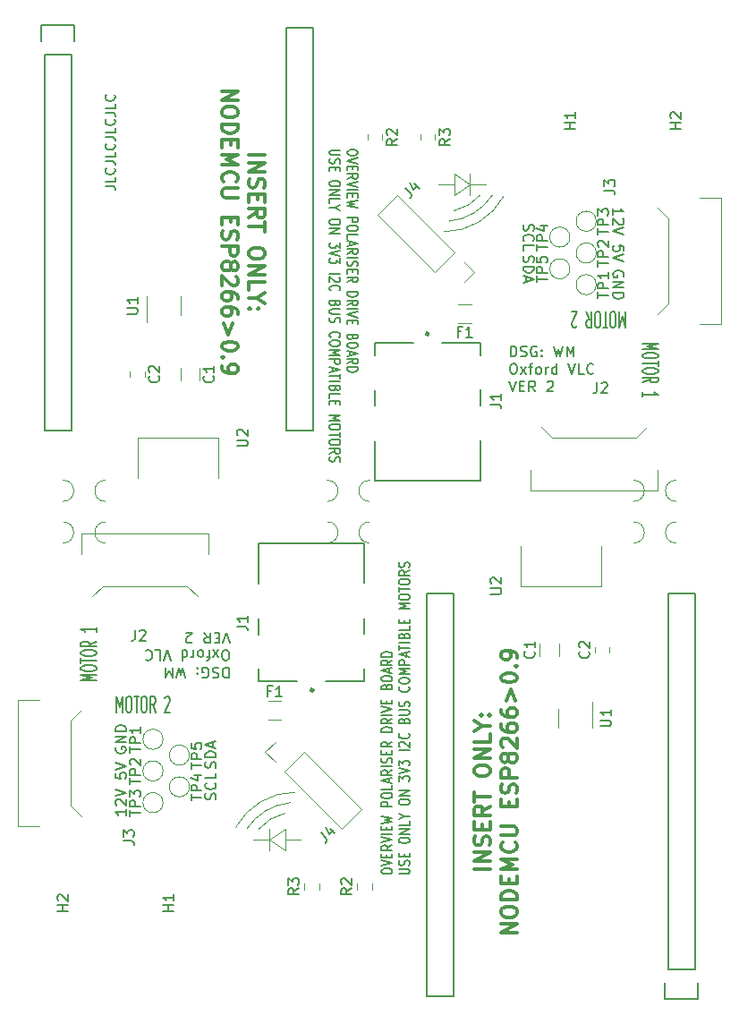
<source format=gbr>
G04 #@! TF.GenerationSoftware,KiCad,Pcbnew,5.1.5-52549c5~86~ubuntu18.04.1*
G04 #@! TF.CreationDate,2020-04-27T04:28:22+01:00*
G04 #@! TF.ProjectId,polariser_drive,706f6c61-7269-4736-9572-5f6472697665,rev?*
G04 #@! TF.SameCoordinates,Original*
G04 #@! TF.FileFunction,Legend,Top*
G04 #@! TF.FilePolarity,Positive*
%FSLAX46Y46*%
G04 Gerber Fmt 4.6, Leading zero omitted, Abs format (unit mm)*
G04 Created by KiCad (PCBNEW 5.1.5-52549c5~86~ubuntu18.04.1) date 2020-04-27 04:28:22*
%MOMM*%
%LPD*%
G04 APERTURE LIST*
%ADD10C,0.120000*%
%ADD11C,0.180000*%
%ADD12C,0.150000*%
%ADD13C,0.200000*%
%ADD14C,0.300000*%
%ADD15C,0.127000*%
%ADD16C,0.100000*%
G04 APERTURE END LIST*
D10*
X103400000Y-93000000D02*
X103400000Y-89200000D01*
X95800000Y-93000000D02*
X103400000Y-93000000D01*
X95800000Y-89200000D02*
X95800000Y-93000000D01*
X67200000Y-79000000D02*
X67200000Y-82800000D01*
X59600000Y-79000000D02*
X67200000Y-79000000D01*
X59600000Y-82800000D02*
X59600000Y-79000000D01*
D11*
X56507142Y-55157142D02*
X57150000Y-55157142D01*
X57278571Y-55200000D01*
X57364285Y-55285714D01*
X57407142Y-55414285D01*
X57407142Y-55500000D01*
X57407142Y-54300000D02*
X57407142Y-54728571D01*
X56507142Y-54728571D01*
X57321428Y-53485714D02*
X57364285Y-53528571D01*
X57407142Y-53657142D01*
X57407142Y-53742857D01*
X57364285Y-53871428D01*
X57278571Y-53957142D01*
X57192857Y-54000000D01*
X57021428Y-54042857D01*
X56892857Y-54042857D01*
X56721428Y-54000000D01*
X56635714Y-53957142D01*
X56550000Y-53871428D01*
X56507142Y-53742857D01*
X56507142Y-53657142D01*
X56550000Y-53528571D01*
X56592857Y-53485714D01*
X56507142Y-52842857D02*
X57150000Y-52842857D01*
X57278571Y-52885714D01*
X57364285Y-52971428D01*
X57407142Y-53100000D01*
X57407142Y-53185714D01*
X57407142Y-51985714D02*
X57407142Y-52414285D01*
X56507142Y-52414285D01*
X57321428Y-51171428D02*
X57364285Y-51214285D01*
X57407142Y-51342857D01*
X57407142Y-51428571D01*
X57364285Y-51557142D01*
X57278571Y-51642857D01*
X57192857Y-51685714D01*
X57021428Y-51728571D01*
X56892857Y-51728571D01*
X56721428Y-51685714D01*
X56635714Y-51642857D01*
X56550000Y-51557142D01*
X56507142Y-51428571D01*
X56507142Y-51342857D01*
X56550000Y-51214285D01*
X56592857Y-51171428D01*
X56507142Y-50528571D02*
X57150000Y-50528571D01*
X57278571Y-50571428D01*
X57364285Y-50657142D01*
X57407142Y-50785714D01*
X57407142Y-50871428D01*
X57407142Y-49671428D02*
X57407142Y-50100000D01*
X56507142Y-50100000D01*
X57321428Y-48857142D02*
X57364285Y-48900000D01*
X57407142Y-49028571D01*
X57407142Y-49114285D01*
X57364285Y-49242857D01*
X57278571Y-49328571D01*
X57192857Y-49371428D01*
X57021428Y-49414285D01*
X56892857Y-49414285D01*
X56721428Y-49371428D01*
X56635714Y-49328571D01*
X56550000Y-49242857D01*
X56507142Y-49114285D01*
X56507142Y-49028571D01*
X56550000Y-48900000D01*
X56592857Y-48857142D01*
X56507142Y-48214285D02*
X57150000Y-48214285D01*
X57278571Y-48257142D01*
X57364285Y-48342857D01*
X57407142Y-48471428D01*
X57407142Y-48557142D01*
X57407142Y-47357142D02*
X57407142Y-47785714D01*
X56507142Y-47785714D01*
X57321428Y-46542857D02*
X57364285Y-46585714D01*
X57407142Y-46714285D01*
X57407142Y-46800000D01*
X57364285Y-46928571D01*
X57278571Y-47014285D01*
X57192857Y-47057142D01*
X57021428Y-47100000D01*
X56892857Y-47100000D01*
X56721428Y-47057142D01*
X56635714Y-47014285D01*
X56550000Y-46928571D01*
X56507142Y-46800000D01*
X56507142Y-46714285D01*
X56550000Y-46585714D01*
X56592857Y-46542857D01*
D10*
X91000000Y-55000000D02*
X89500000Y-54000000D01*
X91000000Y-54000000D02*
X91000000Y-56000000D01*
D12*
X96095238Y-58809523D02*
X96047619Y-58952380D01*
X96047619Y-59190476D01*
X96095238Y-59285714D01*
X96142857Y-59333333D01*
X96238095Y-59380952D01*
X96333333Y-59380952D01*
X96428571Y-59333333D01*
X96476190Y-59285714D01*
X96523809Y-59190476D01*
X96571428Y-59000000D01*
X96619047Y-58904761D01*
X96666666Y-58857142D01*
X96761904Y-58809523D01*
X96857142Y-58809523D01*
X96952380Y-58857142D01*
X97000000Y-58904761D01*
X97047619Y-59000000D01*
X97047619Y-59238095D01*
X97000000Y-59380952D01*
X96142857Y-60380952D02*
X96095238Y-60333333D01*
X96047619Y-60190476D01*
X96047619Y-60095238D01*
X96095238Y-59952380D01*
X96190476Y-59857142D01*
X96285714Y-59809523D01*
X96476190Y-59761904D01*
X96619047Y-59761904D01*
X96809523Y-59809523D01*
X96904761Y-59857142D01*
X97000000Y-59952380D01*
X97047619Y-60095238D01*
X97047619Y-60190476D01*
X97000000Y-60333333D01*
X96952380Y-60380952D01*
X96047619Y-61285714D02*
X96047619Y-60809523D01*
X97047619Y-60809523D01*
D13*
X107321428Y-70070476D02*
X108821428Y-70070476D01*
X107750000Y-70337142D01*
X108821428Y-70603809D01*
X107321428Y-70603809D01*
X108821428Y-71137142D02*
X108821428Y-71289523D01*
X108750000Y-71365714D01*
X108607142Y-71441904D01*
X108321428Y-71480000D01*
X107821428Y-71480000D01*
X107535714Y-71441904D01*
X107392857Y-71365714D01*
X107321428Y-71289523D01*
X107321428Y-71137142D01*
X107392857Y-71060952D01*
X107535714Y-70984761D01*
X107821428Y-70946666D01*
X108321428Y-70946666D01*
X108607142Y-70984761D01*
X108750000Y-71060952D01*
X108821428Y-71137142D01*
X108821428Y-71708571D02*
X108821428Y-72165714D01*
X107321428Y-71937142D02*
X108821428Y-71937142D01*
X108821428Y-72584761D02*
X108821428Y-72737142D01*
X108750000Y-72813333D01*
X108607142Y-72889523D01*
X108321428Y-72927619D01*
X107821428Y-72927619D01*
X107535714Y-72889523D01*
X107392857Y-72813333D01*
X107321428Y-72737142D01*
X107321428Y-72584761D01*
X107392857Y-72508571D01*
X107535714Y-72432380D01*
X107821428Y-72394285D01*
X108321428Y-72394285D01*
X108607142Y-72432380D01*
X108750000Y-72508571D01*
X108821428Y-72584761D01*
X107321428Y-73727619D02*
X108035714Y-73460952D01*
X107321428Y-73270476D02*
X108821428Y-73270476D01*
X108821428Y-73575238D01*
X108750000Y-73651428D01*
X108678571Y-73689523D01*
X108535714Y-73727619D01*
X108321428Y-73727619D01*
X108178571Y-73689523D01*
X108107142Y-73651428D01*
X108035714Y-73575238D01*
X108035714Y-73270476D01*
X107321428Y-75099047D02*
X107321428Y-74641904D01*
X107321428Y-74870476D02*
X108821428Y-74870476D01*
X108607142Y-74794285D01*
X108464285Y-74718095D01*
X108392857Y-74641904D01*
X105679523Y-67071428D02*
X105679523Y-68571428D01*
X105412857Y-67500000D01*
X105146190Y-68571428D01*
X105146190Y-67071428D01*
X104612857Y-68571428D02*
X104460476Y-68571428D01*
X104384285Y-68500000D01*
X104308095Y-68357142D01*
X104270000Y-68071428D01*
X104270000Y-67571428D01*
X104308095Y-67285714D01*
X104384285Y-67142857D01*
X104460476Y-67071428D01*
X104612857Y-67071428D01*
X104689047Y-67142857D01*
X104765238Y-67285714D01*
X104803333Y-67571428D01*
X104803333Y-68071428D01*
X104765238Y-68357142D01*
X104689047Y-68500000D01*
X104612857Y-68571428D01*
X104041428Y-68571428D02*
X103584285Y-68571428D01*
X103812857Y-67071428D02*
X103812857Y-68571428D01*
X103165238Y-68571428D02*
X103012857Y-68571428D01*
X102936666Y-68500000D01*
X102860476Y-68357142D01*
X102822380Y-68071428D01*
X102822380Y-67571428D01*
X102860476Y-67285714D01*
X102936666Y-67142857D01*
X103012857Y-67071428D01*
X103165238Y-67071428D01*
X103241428Y-67142857D01*
X103317619Y-67285714D01*
X103355714Y-67571428D01*
X103355714Y-68071428D01*
X103317619Y-68357142D01*
X103241428Y-68500000D01*
X103165238Y-68571428D01*
X102022380Y-67071428D02*
X102289047Y-67785714D01*
X102479523Y-67071428D02*
X102479523Y-68571428D01*
X102174761Y-68571428D01*
X102098571Y-68500000D01*
X102060476Y-68428571D01*
X102022380Y-68285714D01*
X102022380Y-68071428D01*
X102060476Y-67928571D01*
X102098571Y-67857142D01*
X102174761Y-67785714D01*
X102479523Y-67785714D01*
X101108095Y-68428571D02*
X101070000Y-68500000D01*
X100993809Y-68571428D01*
X100803333Y-68571428D01*
X100727142Y-68500000D01*
X100689047Y-68428571D01*
X100650952Y-68285714D01*
X100650952Y-68142857D01*
X100689047Y-67928571D01*
X101146190Y-67071428D01*
X100650952Y-67071428D01*
D10*
X91999999Y-55999999D02*
G75*
G02X89499999Y-57499999I-3499999J2999999D01*
G01*
X93095146Y-56063432D02*
G75*
G02X88999999Y-58499999I-4595146J3063432D01*
G01*
X89500000Y-55000000D02*
X88000000Y-55000000D01*
X92500000Y-55000000D02*
X91000000Y-55000000D01*
X89500000Y-54000000D02*
X89500000Y-56000000D01*
X89500000Y-56000000D02*
X91000000Y-55000000D01*
D12*
X105547619Y-61309523D02*
X105547619Y-60833333D01*
X105071428Y-60785714D01*
X105119047Y-60833333D01*
X105166666Y-60928571D01*
X105166666Y-61166666D01*
X105119047Y-61261904D01*
X105071428Y-61309523D01*
X104976190Y-61357142D01*
X104738095Y-61357142D01*
X104642857Y-61309523D01*
X104595238Y-61261904D01*
X104547619Y-61166666D01*
X104547619Y-60928571D01*
X104595238Y-60833333D01*
X104642857Y-60785714D01*
X105547619Y-61642857D02*
X104547619Y-61976190D01*
X105547619Y-62309523D01*
X105500000Y-63738095D02*
X105547619Y-63642857D01*
X105547619Y-63500000D01*
X105500000Y-63357142D01*
X105404761Y-63261904D01*
X105309523Y-63214285D01*
X105119047Y-63166666D01*
X104976190Y-63166666D01*
X104785714Y-63214285D01*
X104690476Y-63261904D01*
X104595238Y-63357142D01*
X104547619Y-63500000D01*
X104547619Y-63595238D01*
X104595238Y-63738095D01*
X104642857Y-63785714D01*
X104976190Y-63785714D01*
X104976190Y-63595238D01*
X104547619Y-64214285D02*
X105547619Y-64214285D01*
X104547619Y-64785714D01*
X105547619Y-64785714D01*
X104547619Y-65261904D02*
X105547619Y-65261904D01*
X105547619Y-65500000D01*
X105500000Y-65642857D01*
X105404761Y-65738095D01*
X105309523Y-65785714D01*
X105119047Y-65833333D01*
X104976190Y-65833333D01*
X104785714Y-65785714D01*
X104690476Y-65738095D01*
X104595238Y-65642857D01*
X104547619Y-65500000D01*
X104547619Y-65261904D01*
X96095238Y-61785714D02*
X96047619Y-61928571D01*
X96047619Y-62166666D01*
X96095238Y-62261904D01*
X96142857Y-62309523D01*
X96238095Y-62357142D01*
X96333333Y-62357142D01*
X96428571Y-62309523D01*
X96476190Y-62261904D01*
X96523809Y-62166666D01*
X96571428Y-61976190D01*
X96619047Y-61880952D01*
X96666666Y-61833333D01*
X96761904Y-61785714D01*
X96857142Y-61785714D01*
X96952380Y-61833333D01*
X97000000Y-61880952D01*
X97047619Y-61976190D01*
X97047619Y-62214285D01*
X97000000Y-62357142D01*
X96047619Y-62785714D02*
X97047619Y-62785714D01*
X97047619Y-63023809D01*
X97000000Y-63166666D01*
X96904761Y-63261904D01*
X96809523Y-63309523D01*
X96619047Y-63357142D01*
X96476190Y-63357142D01*
X96285714Y-63309523D01*
X96190476Y-63261904D01*
X96095238Y-63166666D01*
X96047619Y-63023809D01*
X96047619Y-62785714D01*
X96333333Y-63738095D02*
X96333333Y-64214285D01*
X96047619Y-63642857D02*
X97047619Y-63976190D01*
X96047619Y-64309523D01*
X80372619Y-51940357D02*
X80372619Y-52092738D01*
X80325000Y-52168928D01*
X80229761Y-52245119D01*
X80039285Y-52283214D01*
X79705952Y-52283214D01*
X79515476Y-52245119D01*
X79420238Y-52168928D01*
X79372619Y-52092738D01*
X79372619Y-51940357D01*
X79420238Y-51864166D01*
X79515476Y-51787976D01*
X79705952Y-51749880D01*
X80039285Y-51749880D01*
X80229761Y-51787976D01*
X80325000Y-51864166D01*
X80372619Y-51940357D01*
X80372619Y-52511785D02*
X79372619Y-52778452D01*
X80372619Y-53045119D01*
X79896428Y-53311785D02*
X79896428Y-53578452D01*
X79372619Y-53692738D02*
X79372619Y-53311785D01*
X80372619Y-53311785D01*
X80372619Y-53692738D01*
X79372619Y-54492738D02*
X79848809Y-54226071D01*
X79372619Y-54035595D02*
X80372619Y-54035595D01*
X80372619Y-54340357D01*
X80325000Y-54416547D01*
X80277380Y-54454642D01*
X80182142Y-54492738D01*
X80039285Y-54492738D01*
X79944047Y-54454642D01*
X79896428Y-54416547D01*
X79848809Y-54340357D01*
X79848809Y-54035595D01*
X80372619Y-54721309D02*
X79372619Y-54987976D01*
X80372619Y-55254642D01*
X79372619Y-55521309D02*
X80372619Y-55521309D01*
X79896428Y-55902261D02*
X79896428Y-56168928D01*
X79372619Y-56283214D02*
X79372619Y-55902261D01*
X80372619Y-55902261D01*
X80372619Y-56283214D01*
X80372619Y-56549880D02*
X79372619Y-56740357D01*
X80086904Y-56892738D01*
X79372619Y-57045119D01*
X80372619Y-57235595D01*
X79372619Y-58149880D02*
X80372619Y-58149880D01*
X80372619Y-58454642D01*
X80325000Y-58530833D01*
X80277380Y-58568928D01*
X80182142Y-58607023D01*
X80039285Y-58607023D01*
X79944047Y-58568928D01*
X79896428Y-58530833D01*
X79848809Y-58454642D01*
X79848809Y-58149880D01*
X80372619Y-59102261D02*
X80372619Y-59254642D01*
X80325000Y-59330833D01*
X80229761Y-59407023D01*
X80039285Y-59445119D01*
X79705952Y-59445119D01*
X79515476Y-59407023D01*
X79420238Y-59330833D01*
X79372619Y-59254642D01*
X79372619Y-59102261D01*
X79420238Y-59026071D01*
X79515476Y-58949880D01*
X79705952Y-58911785D01*
X80039285Y-58911785D01*
X80229761Y-58949880D01*
X80325000Y-59026071D01*
X80372619Y-59102261D01*
X79372619Y-60168928D02*
X79372619Y-59787976D01*
X80372619Y-59787976D01*
X79658333Y-60397500D02*
X79658333Y-60778452D01*
X79372619Y-60321309D02*
X80372619Y-60587976D01*
X79372619Y-60854642D01*
X79372619Y-61578452D02*
X79848809Y-61311785D01*
X79372619Y-61121309D02*
X80372619Y-61121309D01*
X80372619Y-61426071D01*
X80325000Y-61502261D01*
X80277380Y-61540357D01*
X80182142Y-61578452D01*
X80039285Y-61578452D01*
X79944047Y-61540357D01*
X79896428Y-61502261D01*
X79848809Y-61426071D01*
X79848809Y-61121309D01*
X79372619Y-61921309D02*
X80372619Y-61921309D01*
X79420238Y-62264166D02*
X79372619Y-62378452D01*
X79372619Y-62568928D01*
X79420238Y-62645119D01*
X79467857Y-62683214D01*
X79563095Y-62721309D01*
X79658333Y-62721309D01*
X79753571Y-62683214D01*
X79801190Y-62645119D01*
X79848809Y-62568928D01*
X79896428Y-62416547D01*
X79944047Y-62340357D01*
X79991666Y-62302261D01*
X80086904Y-62264166D01*
X80182142Y-62264166D01*
X80277380Y-62302261D01*
X80325000Y-62340357D01*
X80372619Y-62416547D01*
X80372619Y-62607023D01*
X80325000Y-62721309D01*
X79896428Y-63064166D02*
X79896428Y-63330833D01*
X79372619Y-63445119D02*
X79372619Y-63064166D01*
X80372619Y-63064166D01*
X80372619Y-63445119D01*
X79372619Y-64245119D02*
X79848809Y-63978452D01*
X79372619Y-63787976D02*
X80372619Y-63787976D01*
X80372619Y-64092738D01*
X80325000Y-64168928D01*
X80277380Y-64207023D01*
X80182142Y-64245119D01*
X80039285Y-64245119D01*
X79944047Y-64207023D01*
X79896428Y-64168928D01*
X79848809Y-64092738D01*
X79848809Y-63787976D01*
X79372619Y-65197500D02*
X80372619Y-65197500D01*
X80372619Y-65387976D01*
X80325000Y-65502261D01*
X80229761Y-65578452D01*
X80134523Y-65616547D01*
X79944047Y-65654642D01*
X79801190Y-65654642D01*
X79610714Y-65616547D01*
X79515476Y-65578452D01*
X79420238Y-65502261D01*
X79372619Y-65387976D01*
X79372619Y-65197500D01*
X79372619Y-66454642D02*
X79848809Y-66187976D01*
X79372619Y-65997500D02*
X80372619Y-65997500D01*
X80372619Y-66302261D01*
X80325000Y-66378452D01*
X80277380Y-66416547D01*
X80182142Y-66454642D01*
X80039285Y-66454642D01*
X79944047Y-66416547D01*
X79896428Y-66378452D01*
X79848809Y-66302261D01*
X79848809Y-65997500D01*
X79372619Y-66797500D02*
X80372619Y-66797500D01*
X80372619Y-67064166D02*
X79372619Y-67330833D01*
X80372619Y-67597500D01*
X79896428Y-67864166D02*
X79896428Y-68130833D01*
X79372619Y-68245119D02*
X79372619Y-67864166D01*
X80372619Y-67864166D01*
X80372619Y-68245119D01*
X79896428Y-69464166D02*
X79848809Y-69578452D01*
X79801190Y-69616547D01*
X79705952Y-69654642D01*
X79563095Y-69654642D01*
X79467857Y-69616547D01*
X79420238Y-69578452D01*
X79372619Y-69502261D01*
X79372619Y-69197500D01*
X80372619Y-69197500D01*
X80372619Y-69464166D01*
X80325000Y-69540357D01*
X80277380Y-69578452D01*
X80182142Y-69616547D01*
X80086904Y-69616547D01*
X79991666Y-69578452D01*
X79944047Y-69540357D01*
X79896428Y-69464166D01*
X79896428Y-69197500D01*
X80372619Y-70149880D02*
X80372619Y-70302261D01*
X80325000Y-70378452D01*
X80229761Y-70454642D01*
X80039285Y-70492738D01*
X79705952Y-70492738D01*
X79515476Y-70454642D01*
X79420238Y-70378452D01*
X79372619Y-70302261D01*
X79372619Y-70149880D01*
X79420238Y-70073690D01*
X79515476Y-69997500D01*
X79705952Y-69959404D01*
X80039285Y-69959404D01*
X80229761Y-69997500D01*
X80325000Y-70073690D01*
X80372619Y-70149880D01*
X79658333Y-70797500D02*
X79658333Y-71178452D01*
X79372619Y-70721309D02*
X80372619Y-70987976D01*
X79372619Y-71254642D01*
X79372619Y-71978452D02*
X79848809Y-71711785D01*
X79372619Y-71521309D02*
X80372619Y-71521309D01*
X80372619Y-71826071D01*
X80325000Y-71902261D01*
X80277380Y-71940357D01*
X80182142Y-71978452D01*
X80039285Y-71978452D01*
X79944047Y-71940357D01*
X79896428Y-71902261D01*
X79848809Y-71826071D01*
X79848809Y-71521309D01*
X79372619Y-72321309D02*
X80372619Y-72321309D01*
X80372619Y-72511785D01*
X80325000Y-72626071D01*
X80229761Y-72702261D01*
X80134523Y-72740357D01*
X79944047Y-72778452D01*
X79801190Y-72778452D01*
X79610714Y-72740357D01*
X79515476Y-72702261D01*
X79420238Y-72626071D01*
X79372619Y-72511785D01*
X79372619Y-72321309D01*
X78722619Y-51787976D02*
X77913095Y-51787976D01*
X77817857Y-51826071D01*
X77770238Y-51864166D01*
X77722619Y-51940357D01*
X77722619Y-52092738D01*
X77770238Y-52168928D01*
X77817857Y-52207023D01*
X77913095Y-52245119D01*
X78722619Y-52245119D01*
X77770238Y-52587976D02*
X77722619Y-52702261D01*
X77722619Y-52892738D01*
X77770238Y-52968928D01*
X77817857Y-53007023D01*
X77913095Y-53045119D01*
X78008333Y-53045119D01*
X78103571Y-53007023D01*
X78151190Y-52968928D01*
X78198809Y-52892738D01*
X78246428Y-52740357D01*
X78294047Y-52664166D01*
X78341666Y-52626071D01*
X78436904Y-52587976D01*
X78532142Y-52587976D01*
X78627380Y-52626071D01*
X78675000Y-52664166D01*
X78722619Y-52740357D01*
X78722619Y-52930833D01*
X78675000Y-53045119D01*
X78246428Y-53387976D02*
X78246428Y-53654642D01*
X77722619Y-53768928D02*
X77722619Y-53387976D01*
X78722619Y-53387976D01*
X78722619Y-53768928D01*
X78722619Y-54873690D02*
X78722619Y-55026071D01*
X78675000Y-55102261D01*
X78579761Y-55178452D01*
X78389285Y-55216547D01*
X78055952Y-55216547D01*
X77865476Y-55178452D01*
X77770238Y-55102261D01*
X77722619Y-55026071D01*
X77722619Y-54873690D01*
X77770238Y-54797500D01*
X77865476Y-54721309D01*
X78055952Y-54683214D01*
X78389285Y-54683214D01*
X78579761Y-54721309D01*
X78675000Y-54797500D01*
X78722619Y-54873690D01*
X77722619Y-55559404D02*
X78722619Y-55559404D01*
X77722619Y-56016547D01*
X78722619Y-56016547D01*
X77722619Y-56778452D02*
X77722619Y-56397500D01*
X78722619Y-56397500D01*
X78198809Y-57197500D02*
X77722619Y-57197500D01*
X78722619Y-56930833D02*
X78198809Y-57197500D01*
X78722619Y-57464166D01*
X78722619Y-58492738D02*
X78722619Y-58645119D01*
X78675000Y-58721309D01*
X78579761Y-58797500D01*
X78389285Y-58835595D01*
X78055952Y-58835595D01*
X77865476Y-58797500D01*
X77770238Y-58721309D01*
X77722619Y-58645119D01*
X77722619Y-58492738D01*
X77770238Y-58416547D01*
X77865476Y-58340357D01*
X78055952Y-58302261D01*
X78389285Y-58302261D01*
X78579761Y-58340357D01*
X78675000Y-58416547D01*
X78722619Y-58492738D01*
X77722619Y-59178452D02*
X78722619Y-59178452D01*
X77722619Y-59635595D01*
X78722619Y-59635595D01*
X78722619Y-60549880D02*
X78722619Y-61045119D01*
X78341666Y-60778452D01*
X78341666Y-60892738D01*
X78294047Y-60968928D01*
X78246428Y-61007023D01*
X78151190Y-61045119D01*
X77913095Y-61045119D01*
X77817857Y-61007023D01*
X77770238Y-60968928D01*
X77722619Y-60892738D01*
X77722619Y-60664166D01*
X77770238Y-60587976D01*
X77817857Y-60549880D01*
X78722619Y-61273690D02*
X77722619Y-61540357D01*
X78722619Y-61807023D01*
X78722619Y-61997500D02*
X78722619Y-62492738D01*
X78341666Y-62226071D01*
X78341666Y-62340357D01*
X78294047Y-62416547D01*
X78246428Y-62454642D01*
X78151190Y-62492738D01*
X77913095Y-62492738D01*
X77817857Y-62454642D01*
X77770238Y-62416547D01*
X77722619Y-62340357D01*
X77722619Y-62111785D01*
X77770238Y-62035595D01*
X77817857Y-61997500D01*
X77722619Y-63445119D02*
X78722619Y-63445119D01*
X78627380Y-63787976D02*
X78675000Y-63826071D01*
X78722619Y-63902261D01*
X78722619Y-64092738D01*
X78675000Y-64168928D01*
X78627380Y-64207023D01*
X78532142Y-64245119D01*
X78436904Y-64245119D01*
X78294047Y-64207023D01*
X77722619Y-63749880D01*
X77722619Y-64245119D01*
X77817857Y-65045119D02*
X77770238Y-65007023D01*
X77722619Y-64892738D01*
X77722619Y-64816547D01*
X77770238Y-64702261D01*
X77865476Y-64626071D01*
X77960714Y-64587976D01*
X78151190Y-64549880D01*
X78294047Y-64549880D01*
X78484523Y-64587976D01*
X78579761Y-64626071D01*
X78675000Y-64702261D01*
X78722619Y-64816547D01*
X78722619Y-64892738D01*
X78675000Y-65007023D01*
X78627380Y-65045119D01*
X78246428Y-66264166D02*
X78198809Y-66378452D01*
X78151190Y-66416547D01*
X78055952Y-66454642D01*
X77913095Y-66454642D01*
X77817857Y-66416547D01*
X77770238Y-66378452D01*
X77722619Y-66302261D01*
X77722619Y-65997500D01*
X78722619Y-65997500D01*
X78722619Y-66264166D01*
X78675000Y-66340357D01*
X78627380Y-66378452D01*
X78532142Y-66416547D01*
X78436904Y-66416547D01*
X78341666Y-66378452D01*
X78294047Y-66340357D01*
X78246428Y-66264166D01*
X78246428Y-65997500D01*
X78722619Y-66797500D02*
X77913095Y-66797500D01*
X77817857Y-66835595D01*
X77770238Y-66873690D01*
X77722619Y-66949880D01*
X77722619Y-67102261D01*
X77770238Y-67178452D01*
X77817857Y-67216547D01*
X77913095Y-67254642D01*
X78722619Y-67254642D01*
X77770238Y-67597500D02*
X77722619Y-67711785D01*
X77722619Y-67902261D01*
X77770238Y-67978452D01*
X77817857Y-68016547D01*
X77913095Y-68054642D01*
X78008333Y-68054642D01*
X78103571Y-68016547D01*
X78151190Y-67978452D01*
X78198809Y-67902261D01*
X78246428Y-67749880D01*
X78294047Y-67673690D01*
X78341666Y-67635595D01*
X78436904Y-67597500D01*
X78532142Y-67597500D01*
X78627380Y-67635595D01*
X78675000Y-67673690D01*
X78722619Y-67749880D01*
X78722619Y-67940357D01*
X78675000Y-68054642D01*
X77817857Y-69464166D02*
X77770238Y-69426071D01*
X77722619Y-69311785D01*
X77722619Y-69235595D01*
X77770238Y-69121309D01*
X77865476Y-69045119D01*
X77960714Y-69007023D01*
X78151190Y-68968928D01*
X78294047Y-68968928D01*
X78484523Y-69007023D01*
X78579761Y-69045119D01*
X78675000Y-69121309D01*
X78722619Y-69235595D01*
X78722619Y-69311785D01*
X78675000Y-69426071D01*
X78627380Y-69464166D01*
X78722619Y-69959404D02*
X78722619Y-70111785D01*
X78675000Y-70187976D01*
X78579761Y-70264166D01*
X78389285Y-70302261D01*
X78055952Y-70302261D01*
X77865476Y-70264166D01*
X77770238Y-70187976D01*
X77722619Y-70111785D01*
X77722619Y-69959404D01*
X77770238Y-69883214D01*
X77865476Y-69807023D01*
X78055952Y-69768928D01*
X78389285Y-69768928D01*
X78579761Y-69807023D01*
X78675000Y-69883214D01*
X78722619Y-69959404D01*
X77722619Y-70645119D02*
X78722619Y-70645119D01*
X78008333Y-70911785D01*
X78722619Y-71178452D01*
X77722619Y-71178452D01*
X77722619Y-71559404D02*
X78722619Y-71559404D01*
X78722619Y-71864166D01*
X78675000Y-71940357D01*
X78627380Y-71978452D01*
X78532142Y-72016547D01*
X78389285Y-72016547D01*
X78294047Y-71978452D01*
X78246428Y-71940357D01*
X78198809Y-71864166D01*
X78198809Y-71559404D01*
X78008333Y-72321309D02*
X78008333Y-72702261D01*
X77722619Y-72245119D02*
X78722619Y-72511785D01*
X77722619Y-72778452D01*
X78722619Y-72930833D02*
X78722619Y-73387976D01*
X77722619Y-73159404D02*
X78722619Y-73159404D01*
X77722619Y-73654642D02*
X78722619Y-73654642D01*
X78246428Y-74302261D02*
X78198809Y-74416547D01*
X78151190Y-74454642D01*
X78055952Y-74492738D01*
X77913095Y-74492738D01*
X77817857Y-74454642D01*
X77770238Y-74416547D01*
X77722619Y-74340357D01*
X77722619Y-74035595D01*
X78722619Y-74035595D01*
X78722619Y-74302261D01*
X78675000Y-74378452D01*
X78627380Y-74416547D01*
X78532142Y-74454642D01*
X78436904Y-74454642D01*
X78341666Y-74416547D01*
X78294047Y-74378452D01*
X78246428Y-74302261D01*
X78246428Y-74035595D01*
X77722619Y-75216547D02*
X77722619Y-74835595D01*
X78722619Y-74835595D01*
X78246428Y-75483214D02*
X78246428Y-75749880D01*
X77722619Y-75864166D02*
X77722619Y-75483214D01*
X78722619Y-75483214D01*
X78722619Y-75864166D01*
X77722619Y-76816547D02*
X78722619Y-76816547D01*
X78008333Y-77083214D01*
X78722619Y-77349880D01*
X77722619Y-77349880D01*
X78722619Y-77883214D02*
X78722619Y-78035595D01*
X78675000Y-78111785D01*
X78579761Y-78187976D01*
X78389285Y-78226071D01*
X78055952Y-78226071D01*
X77865476Y-78187976D01*
X77770238Y-78111785D01*
X77722619Y-78035595D01*
X77722619Y-77883214D01*
X77770238Y-77807023D01*
X77865476Y-77730833D01*
X78055952Y-77692738D01*
X78389285Y-77692738D01*
X78579761Y-77730833D01*
X78675000Y-77807023D01*
X78722619Y-77883214D01*
X78722619Y-78454642D02*
X78722619Y-78911785D01*
X77722619Y-78683214D02*
X78722619Y-78683214D01*
X78722619Y-79330833D02*
X78722619Y-79483214D01*
X78675000Y-79559404D01*
X78579761Y-79635595D01*
X78389285Y-79673690D01*
X78055952Y-79673690D01*
X77865476Y-79635595D01*
X77770238Y-79559404D01*
X77722619Y-79483214D01*
X77722619Y-79330833D01*
X77770238Y-79254642D01*
X77865476Y-79178452D01*
X78055952Y-79140357D01*
X78389285Y-79140357D01*
X78579761Y-79178452D01*
X78675000Y-79254642D01*
X78722619Y-79330833D01*
X77722619Y-80473690D02*
X78198809Y-80207023D01*
X77722619Y-80016547D02*
X78722619Y-80016547D01*
X78722619Y-80321309D01*
X78675000Y-80397500D01*
X78627380Y-80435595D01*
X78532142Y-80473690D01*
X78389285Y-80473690D01*
X78294047Y-80435595D01*
X78246428Y-80397500D01*
X78198809Y-80321309D01*
X78198809Y-80016547D01*
X77770238Y-80778452D02*
X77722619Y-80892738D01*
X77722619Y-81083214D01*
X77770238Y-81159404D01*
X77817857Y-81197500D01*
X77913095Y-81235595D01*
X78008333Y-81235595D01*
X78103571Y-81197500D01*
X78151190Y-81159404D01*
X78198809Y-81083214D01*
X78246428Y-80930833D01*
X78294047Y-80854642D01*
X78341666Y-80816547D01*
X78436904Y-80778452D01*
X78532142Y-80778452D01*
X78627380Y-80816547D01*
X78675000Y-80854642D01*
X78722619Y-80930833D01*
X78722619Y-81121309D01*
X78675000Y-81235595D01*
D14*
X70096428Y-52250000D02*
X71596428Y-52250000D01*
X70096428Y-52964285D02*
X71596428Y-52964285D01*
X70096428Y-53821428D01*
X71596428Y-53821428D01*
X70167857Y-54464285D02*
X70096428Y-54678571D01*
X70096428Y-55035714D01*
X70167857Y-55178571D01*
X70239285Y-55250000D01*
X70382142Y-55321428D01*
X70525000Y-55321428D01*
X70667857Y-55250000D01*
X70739285Y-55178571D01*
X70810714Y-55035714D01*
X70882142Y-54750000D01*
X70953571Y-54607142D01*
X71025000Y-54535714D01*
X71167857Y-54464285D01*
X71310714Y-54464285D01*
X71453571Y-54535714D01*
X71525000Y-54607142D01*
X71596428Y-54750000D01*
X71596428Y-55107142D01*
X71525000Y-55321428D01*
X70882142Y-55964285D02*
X70882142Y-56464285D01*
X70096428Y-56678571D02*
X70096428Y-55964285D01*
X71596428Y-55964285D01*
X71596428Y-56678571D01*
X70096428Y-58178571D02*
X70810714Y-57678571D01*
X70096428Y-57321428D02*
X71596428Y-57321428D01*
X71596428Y-57892857D01*
X71525000Y-58035714D01*
X71453571Y-58107142D01*
X71310714Y-58178571D01*
X71096428Y-58178571D01*
X70953571Y-58107142D01*
X70882142Y-58035714D01*
X70810714Y-57892857D01*
X70810714Y-57321428D01*
X71596428Y-58607142D02*
X71596428Y-59464285D01*
X70096428Y-59035714D02*
X71596428Y-59035714D01*
X71596428Y-61392857D02*
X71596428Y-61678571D01*
X71525000Y-61821428D01*
X71382142Y-61964285D01*
X71096428Y-62035714D01*
X70596428Y-62035714D01*
X70310714Y-61964285D01*
X70167857Y-61821428D01*
X70096428Y-61678571D01*
X70096428Y-61392857D01*
X70167857Y-61250000D01*
X70310714Y-61107142D01*
X70596428Y-61035714D01*
X71096428Y-61035714D01*
X71382142Y-61107142D01*
X71525000Y-61250000D01*
X71596428Y-61392857D01*
X70096428Y-62678571D02*
X71596428Y-62678571D01*
X70096428Y-63535714D01*
X71596428Y-63535714D01*
X70096428Y-64964285D02*
X70096428Y-64250000D01*
X71596428Y-64250000D01*
X70810714Y-65750000D02*
X70096428Y-65750000D01*
X71596428Y-65250000D02*
X70810714Y-65750000D01*
X71596428Y-66250000D01*
X70239285Y-66750000D02*
X70167857Y-66821428D01*
X70096428Y-66750000D01*
X70167857Y-66678571D01*
X70239285Y-66750000D01*
X70096428Y-66750000D01*
X71025000Y-66750000D02*
X70953571Y-66821428D01*
X70882142Y-66750000D01*
X70953571Y-66678571D01*
X71025000Y-66750000D01*
X70882142Y-66750000D01*
X67546428Y-46178571D02*
X69046428Y-46178571D01*
X67546428Y-47035714D01*
X69046428Y-47035714D01*
X69046428Y-48035714D02*
X69046428Y-48321428D01*
X68975000Y-48464285D01*
X68832142Y-48607142D01*
X68546428Y-48678571D01*
X68046428Y-48678571D01*
X67760714Y-48607142D01*
X67617857Y-48464285D01*
X67546428Y-48321428D01*
X67546428Y-48035714D01*
X67617857Y-47892857D01*
X67760714Y-47750000D01*
X68046428Y-47678571D01*
X68546428Y-47678571D01*
X68832142Y-47750000D01*
X68975000Y-47892857D01*
X69046428Y-48035714D01*
X67546428Y-49321428D02*
X69046428Y-49321428D01*
X69046428Y-49678571D01*
X68975000Y-49892857D01*
X68832142Y-50035714D01*
X68689285Y-50107142D01*
X68403571Y-50178571D01*
X68189285Y-50178571D01*
X67903571Y-50107142D01*
X67760714Y-50035714D01*
X67617857Y-49892857D01*
X67546428Y-49678571D01*
X67546428Y-49321428D01*
X68332142Y-50821428D02*
X68332142Y-51321428D01*
X67546428Y-51535714D02*
X67546428Y-50821428D01*
X69046428Y-50821428D01*
X69046428Y-51535714D01*
X67546428Y-52178571D02*
X69046428Y-52178571D01*
X67975000Y-52678571D01*
X69046428Y-53178571D01*
X67546428Y-53178571D01*
X67689285Y-54750000D02*
X67617857Y-54678571D01*
X67546428Y-54464285D01*
X67546428Y-54321428D01*
X67617857Y-54107142D01*
X67760714Y-53964285D01*
X67903571Y-53892857D01*
X68189285Y-53821428D01*
X68403571Y-53821428D01*
X68689285Y-53892857D01*
X68832142Y-53964285D01*
X68975000Y-54107142D01*
X69046428Y-54321428D01*
X69046428Y-54464285D01*
X68975000Y-54678571D01*
X68903571Y-54750000D01*
X69046428Y-55392857D02*
X67832142Y-55392857D01*
X67689285Y-55464285D01*
X67617857Y-55535714D01*
X67546428Y-55678571D01*
X67546428Y-55964285D01*
X67617857Y-56107142D01*
X67689285Y-56178571D01*
X67832142Y-56250000D01*
X69046428Y-56250000D01*
X68332142Y-58107142D02*
X68332142Y-58607142D01*
X67546428Y-58821428D02*
X67546428Y-58107142D01*
X69046428Y-58107142D01*
X69046428Y-58821428D01*
X67617857Y-59392857D02*
X67546428Y-59607142D01*
X67546428Y-59964285D01*
X67617857Y-60107142D01*
X67689285Y-60178571D01*
X67832142Y-60250000D01*
X67975000Y-60250000D01*
X68117857Y-60178571D01*
X68189285Y-60107142D01*
X68260714Y-59964285D01*
X68332142Y-59678571D01*
X68403571Y-59535714D01*
X68475000Y-59464285D01*
X68617857Y-59392857D01*
X68760714Y-59392857D01*
X68903571Y-59464285D01*
X68975000Y-59535714D01*
X69046428Y-59678571D01*
X69046428Y-60035714D01*
X68975000Y-60250000D01*
X67546428Y-60892857D02*
X69046428Y-60892857D01*
X69046428Y-61464285D01*
X68975000Y-61607142D01*
X68903571Y-61678571D01*
X68760714Y-61750000D01*
X68546428Y-61750000D01*
X68403571Y-61678571D01*
X68332142Y-61607142D01*
X68260714Y-61464285D01*
X68260714Y-60892857D01*
X68403571Y-62607142D02*
X68475000Y-62464285D01*
X68546428Y-62392857D01*
X68689285Y-62321428D01*
X68760714Y-62321428D01*
X68903571Y-62392857D01*
X68975000Y-62464285D01*
X69046428Y-62607142D01*
X69046428Y-62892857D01*
X68975000Y-63035714D01*
X68903571Y-63107142D01*
X68760714Y-63178571D01*
X68689285Y-63178571D01*
X68546428Y-63107142D01*
X68475000Y-63035714D01*
X68403571Y-62892857D01*
X68403571Y-62607142D01*
X68332142Y-62464285D01*
X68260714Y-62392857D01*
X68117857Y-62321428D01*
X67832142Y-62321428D01*
X67689285Y-62392857D01*
X67617857Y-62464285D01*
X67546428Y-62607142D01*
X67546428Y-62892857D01*
X67617857Y-63035714D01*
X67689285Y-63107142D01*
X67832142Y-63178571D01*
X68117857Y-63178571D01*
X68260714Y-63107142D01*
X68332142Y-63035714D01*
X68403571Y-62892857D01*
X68903571Y-63750000D02*
X68975000Y-63821428D01*
X69046428Y-63964285D01*
X69046428Y-64321428D01*
X68975000Y-64464285D01*
X68903571Y-64535714D01*
X68760714Y-64607142D01*
X68617857Y-64607142D01*
X68403571Y-64535714D01*
X67546428Y-63678571D01*
X67546428Y-64607142D01*
X69046428Y-65892857D02*
X69046428Y-65607142D01*
X68975000Y-65464285D01*
X68903571Y-65392857D01*
X68689285Y-65250000D01*
X68403571Y-65178571D01*
X67832142Y-65178571D01*
X67689285Y-65250000D01*
X67617857Y-65321428D01*
X67546428Y-65464285D01*
X67546428Y-65750000D01*
X67617857Y-65892857D01*
X67689285Y-65964285D01*
X67832142Y-66035714D01*
X68189285Y-66035714D01*
X68332142Y-65964285D01*
X68403571Y-65892857D01*
X68475000Y-65750000D01*
X68475000Y-65464285D01*
X68403571Y-65321428D01*
X68332142Y-65250000D01*
X68189285Y-65178571D01*
X69046428Y-67321428D02*
X69046428Y-67035714D01*
X68975000Y-66892857D01*
X68903571Y-66821428D01*
X68689285Y-66678571D01*
X68403571Y-66607142D01*
X67832142Y-66607142D01*
X67689285Y-66678571D01*
X67617857Y-66750000D01*
X67546428Y-66892857D01*
X67546428Y-67178571D01*
X67617857Y-67321428D01*
X67689285Y-67392857D01*
X67832142Y-67464285D01*
X68189285Y-67464285D01*
X68332142Y-67392857D01*
X68403571Y-67321428D01*
X68475000Y-67178571D01*
X68475000Y-66892857D01*
X68403571Y-66750000D01*
X68332142Y-66678571D01*
X68189285Y-66607142D01*
X68546428Y-68107142D02*
X68117857Y-69250000D01*
X67689285Y-68107142D01*
X69046428Y-70250000D02*
X69046428Y-70392857D01*
X68975000Y-70535714D01*
X68903571Y-70607142D01*
X68760714Y-70678571D01*
X68475000Y-70750000D01*
X68117857Y-70750000D01*
X67832142Y-70678571D01*
X67689285Y-70607142D01*
X67617857Y-70535714D01*
X67546428Y-70392857D01*
X67546428Y-70250000D01*
X67617857Y-70107142D01*
X67689285Y-70035714D01*
X67832142Y-69964285D01*
X68117857Y-69892857D01*
X68475000Y-69892857D01*
X68760714Y-69964285D01*
X68903571Y-70035714D01*
X68975000Y-70107142D01*
X69046428Y-70250000D01*
X67689285Y-71392857D02*
X67617857Y-71464285D01*
X67546428Y-71392857D01*
X67617857Y-71321428D01*
X67689285Y-71392857D01*
X67546428Y-71392857D01*
X67546428Y-72178571D02*
X67546428Y-72464285D01*
X67617857Y-72607142D01*
X67689285Y-72678571D01*
X67903571Y-72821428D01*
X68189285Y-72892857D01*
X68760714Y-72892857D01*
X68903571Y-72821428D01*
X68975000Y-72750000D01*
X69046428Y-72607142D01*
X69046428Y-72321428D01*
X68975000Y-72178571D01*
X68903571Y-72107142D01*
X68760714Y-72035714D01*
X68403571Y-72035714D01*
X68260714Y-72107142D01*
X68189285Y-72178571D01*
X68117857Y-72321428D01*
X68117857Y-72607142D01*
X68189285Y-72750000D01*
X68260714Y-72821428D01*
X68403571Y-72892857D01*
D12*
X94835595Y-71302380D02*
X94835595Y-70302380D01*
X95073690Y-70302380D01*
X95216547Y-70350000D01*
X95311785Y-70445238D01*
X95359404Y-70540476D01*
X95407023Y-70730952D01*
X95407023Y-70873809D01*
X95359404Y-71064285D01*
X95311785Y-71159523D01*
X95216547Y-71254761D01*
X95073690Y-71302380D01*
X94835595Y-71302380D01*
X95787976Y-71254761D02*
X95930833Y-71302380D01*
X96168928Y-71302380D01*
X96264166Y-71254761D01*
X96311785Y-71207142D01*
X96359404Y-71111904D01*
X96359404Y-71016666D01*
X96311785Y-70921428D01*
X96264166Y-70873809D01*
X96168928Y-70826190D01*
X95978452Y-70778571D01*
X95883214Y-70730952D01*
X95835595Y-70683333D01*
X95787976Y-70588095D01*
X95787976Y-70492857D01*
X95835595Y-70397619D01*
X95883214Y-70350000D01*
X95978452Y-70302380D01*
X96216547Y-70302380D01*
X96359404Y-70350000D01*
X97311785Y-70350000D02*
X97216547Y-70302380D01*
X97073690Y-70302380D01*
X96930833Y-70350000D01*
X96835595Y-70445238D01*
X96787976Y-70540476D01*
X96740357Y-70730952D01*
X96740357Y-70873809D01*
X96787976Y-71064285D01*
X96835595Y-71159523D01*
X96930833Y-71254761D01*
X97073690Y-71302380D01*
X97168928Y-71302380D01*
X97311785Y-71254761D01*
X97359404Y-71207142D01*
X97359404Y-70873809D01*
X97168928Y-70873809D01*
X97787976Y-71207142D02*
X97835595Y-71254761D01*
X97787976Y-71302380D01*
X97740357Y-71254761D01*
X97787976Y-71207142D01*
X97787976Y-71302380D01*
X97787976Y-70683333D02*
X97835595Y-70730952D01*
X97787976Y-70778571D01*
X97740357Y-70730952D01*
X97787976Y-70683333D01*
X97787976Y-70778571D01*
X98930833Y-70302380D02*
X99168928Y-71302380D01*
X99359404Y-70588095D01*
X99549880Y-71302380D01*
X99787976Y-70302380D01*
X100168928Y-71302380D02*
X100168928Y-70302380D01*
X100502261Y-71016666D01*
X100835595Y-70302380D01*
X100835595Y-71302380D01*
X95026071Y-71952380D02*
X95216547Y-71952380D01*
X95311785Y-72000000D01*
X95407023Y-72095238D01*
X95454642Y-72285714D01*
X95454642Y-72619047D01*
X95407023Y-72809523D01*
X95311785Y-72904761D01*
X95216547Y-72952380D01*
X95026071Y-72952380D01*
X94930833Y-72904761D01*
X94835595Y-72809523D01*
X94787976Y-72619047D01*
X94787976Y-72285714D01*
X94835595Y-72095238D01*
X94930833Y-72000000D01*
X95026071Y-71952380D01*
X95787976Y-72952380D02*
X96311785Y-72285714D01*
X95787976Y-72285714D02*
X96311785Y-72952380D01*
X96549880Y-72285714D02*
X96930833Y-72285714D01*
X96692738Y-72952380D02*
X96692738Y-72095238D01*
X96740357Y-72000000D01*
X96835595Y-71952380D01*
X96930833Y-71952380D01*
X97407023Y-72952380D02*
X97311785Y-72904761D01*
X97264166Y-72857142D01*
X97216547Y-72761904D01*
X97216547Y-72476190D01*
X97264166Y-72380952D01*
X97311785Y-72333333D01*
X97407023Y-72285714D01*
X97549880Y-72285714D01*
X97645119Y-72333333D01*
X97692738Y-72380952D01*
X97740357Y-72476190D01*
X97740357Y-72761904D01*
X97692738Y-72857142D01*
X97645119Y-72904761D01*
X97549880Y-72952380D01*
X97407023Y-72952380D01*
X98168928Y-72952380D02*
X98168928Y-72285714D01*
X98168928Y-72476190D02*
X98216547Y-72380952D01*
X98264166Y-72333333D01*
X98359404Y-72285714D01*
X98454642Y-72285714D01*
X99216547Y-72952380D02*
X99216547Y-71952380D01*
X99216547Y-72904761D02*
X99121309Y-72952380D01*
X98930833Y-72952380D01*
X98835595Y-72904761D01*
X98787976Y-72857142D01*
X98740357Y-72761904D01*
X98740357Y-72476190D01*
X98787976Y-72380952D01*
X98835595Y-72333333D01*
X98930833Y-72285714D01*
X99121309Y-72285714D01*
X99216547Y-72333333D01*
X100311785Y-71952380D02*
X100645119Y-72952380D01*
X100978452Y-71952380D01*
X101787976Y-72952380D02*
X101311785Y-72952380D01*
X101311785Y-71952380D01*
X102692738Y-72857142D02*
X102645119Y-72904761D01*
X102502261Y-72952380D01*
X102407023Y-72952380D01*
X102264166Y-72904761D01*
X102168928Y-72809523D01*
X102121309Y-72714285D01*
X102073690Y-72523809D01*
X102073690Y-72380952D01*
X102121309Y-72190476D01*
X102168928Y-72095238D01*
X102264166Y-72000000D01*
X102407023Y-71952380D01*
X102502261Y-71952380D01*
X102645119Y-72000000D01*
X102692738Y-72047619D01*
X94692738Y-73602380D02*
X95026071Y-74602380D01*
X95359404Y-73602380D01*
X95692738Y-74078571D02*
X96026071Y-74078571D01*
X96168928Y-74602380D02*
X95692738Y-74602380D01*
X95692738Y-73602380D01*
X96168928Y-73602380D01*
X97168928Y-74602380D02*
X96835595Y-74126190D01*
X96597500Y-74602380D02*
X96597500Y-73602380D01*
X96978452Y-73602380D01*
X97073690Y-73650000D01*
X97121309Y-73697619D01*
X97168928Y-73792857D01*
X97168928Y-73935714D01*
X97121309Y-74030952D01*
X97073690Y-74078571D01*
X96978452Y-74126190D01*
X96597500Y-74126190D01*
X98311785Y-73697619D02*
X98359404Y-73650000D01*
X98454642Y-73602380D01*
X98692738Y-73602380D01*
X98787976Y-73650000D01*
X98835595Y-73697619D01*
X98883214Y-73792857D01*
X98883214Y-73888095D01*
X98835595Y-74030952D01*
X98264166Y-74602380D01*
X98883214Y-74602380D01*
D10*
X94206321Y-56112539D02*
G75*
G02X88500000Y-59500000I-5706321J3112539D01*
G01*
D12*
X104547619Y-57880952D02*
X104547619Y-57309523D01*
X104547619Y-57595238D02*
X105547619Y-57595238D01*
X105404761Y-57500000D01*
X105309523Y-57404761D01*
X105261904Y-57309523D01*
X105452380Y-58261904D02*
X105500000Y-58309523D01*
X105547619Y-58404761D01*
X105547619Y-58642857D01*
X105500000Y-58738095D01*
X105452380Y-58785714D01*
X105357142Y-58833333D01*
X105261904Y-58833333D01*
X105119047Y-58785714D01*
X104547619Y-58214285D01*
X104547619Y-58833333D01*
X105547619Y-59119047D02*
X104547619Y-59452380D01*
X105547619Y-59785714D01*
D13*
X57570476Y-104928571D02*
X57570476Y-103428571D01*
X57837142Y-104500000D01*
X58103809Y-103428571D01*
X58103809Y-104928571D01*
X58637142Y-103428571D02*
X58789523Y-103428571D01*
X58865714Y-103500000D01*
X58941904Y-103642857D01*
X58980000Y-103928571D01*
X58980000Y-104428571D01*
X58941904Y-104714285D01*
X58865714Y-104857142D01*
X58789523Y-104928571D01*
X58637142Y-104928571D01*
X58560952Y-104857142D01*
X58484761Y-104714285D01*
X58446666Y-104428571D01*
X58446666Y-103928571D01*
X58484761Y-103642857D01*
X58560952Y-103500000D01*
X58637142Y-103428571D01*
X59208571Y-103428571D02*
X59665714Y-103428571D01*
X59437142Y-104928571D02*
X59437142Y-103428571D01*
X60084761Y-103428571D02*
X60237142Y-103428571D01*
X60313333Y-103500000D01*
X60389523Y-103642857D01*
X60427619Y-103928571D01*
X60427619Y-104428571D01*
X60389523Y-104714285D01*
X60313333Y-104857142D01*
X60237142Y-104928571D01*
X60084761Y-104928571D01*
X60008571Y-104857142D01*
X59932380Y-104714285D01*
X59894285Y-104428571D01*
X59894285Y-103928571D01*
X59932380Y-103642857D01*
X60008571Y-103500000D01*
X60084761Y-103428571D01*
X61227619Y-104928571D02*
X60960952Y-104214285D01*
X60770476Y-104928571D02*
X60770476Y-103428571D01*
X61075238Y-103428571D01*
X61151428Y-103500000D01*
X61189523Y-103571428D01*
X61227619Y-103714285D01*
X61227619Y-103928571D01*
X61189523Y-104071428D01*
X61151428Y-104142857D01*
X61075238Y-104214285D01*
X60770476Y-104214285D01*
X62141904Y-103571428D02*
X62180000Y-103500000D01*
X62256190Y-103428571D01*
X62446666Y-103428571D01*
X62522857Y-103500000D01*
X62560952Y-103571428D01*
X62599047Y-103714285D01*
X62599047Y-103857142D01*
X62560952Y-104071428D01*
X62103809Y-104928571D01*
X62599047Y-104928571D01*
X55678571Y-101929523D02*
X54178571Y-101929523D01*
X55250000Y-101662857D01*
X54178571Y-101396190D01*
X55678571Y-101396190D01*
X54178571Y-100862857D02*
X54178571Y-100710476D01*
X54250000Y-100634285D01*
X54392857Y-100558095D01*
X54678571Y-100520000D01*
X55178571Y-100520000D01*
X55464285Y-100558095D01*
X55607142Y-100634285D01*
X55678571Y-100710476D01*
X55678571Y-100862857D01*
X55607142Y-100939047D01*
X55464285Y-101015238D01*
X55178571Y-101053333D01*
X54678571Y-101053333D01*
X54392857Y-101015238D01*
X54250000Y-100939047D01*
X54178571Y-100862857D01*
X54178571Y-100291428D02*
X54178571Y-99834285D01*
X55678571Y-100062857D02*
X54178571Y-100062857D01*
X54178571Y-99415238D02*
X54178571Y-99262857D01*
X54250000Y-99186666D01*
X54392857Y-99110476D01*
X54678571Y-99072380D01*
X55178571Y-99072380D01*
X55464285Y-99110476D01*
X55607142Y-99186666D01*
X55678571Y-99262857D01*
X55678571Y-99415238D01*
X55607142Y-99491428D01*
X55464285Y-99567619D01*
X55178571Y-99605714D01*
X54678571Y-99605714D01*
X54392857Y-99567619D01*
X54250000Y-99491428D01*
X54178571Y-99415238D01*
X55678571Y-98272380D02*
X54964285Y-98539047D01*
X55678571Y-98729523D02*
X54178571Y-98729523D01*
X54178571Y-98424761D01*
X54250000Y-98348571D01*
X54321428Y-98310476D01*
X54464285Y-98272380D01*
X54678571Y-98272380D01*
X54821428Y-98310476D01*
X54892857Y-98348571D01*
X54964285Y-98424761D01*
X54964285Y-98729523D01*
X55678571Y-96900952D02*
X55678571Y-97358095D01*
X55678571Y-97129523D02*
X54178571Y-97129523D01*
X54392857Y-97205714D01*
X54535714Y-97281904D01*
X54607142Y-97358095D01*
D12*
X66904761Y-113190476D02*
X66952380Y-113047619D01*
X66952380Y-112809523D01*
X66904761Y-112714285D01*
X66857142Y-112666666D01*
X66761904Y-112619047D01*
X66666666Y-112619047D01*
X66571428Y-112666666D01*
X66523809Y-112714285D01*
X66476190Y-112809523D01*
X66428571Y-113000000D01*
X66380952Y-113095238D01*
X66333333Y-113142857D01*
X66238095Y-113190476D01*
X66142857Y-113190476D01*
X66047619Y-113142857D01*
X66000000Y-113095238D01*
X65952380Y-113000000D01*
X65952380Y-112761904D01*
X66000000Y-112619047D01*
X66857142Y-111619047D02*
X66904761Y-111666666D01*
X66952380Y-111809523D01*
X66952380Y-111904761D01*
X66904761Y-112047619D01*
X66809523Y-112142857D01*
X66714285Y-112190476D01*
X66523809Y-112238095D01*
X66380952Y-112238095D01*
X66190476Y-112190476D01*
X66095238Y-112142857D01*
X66000000Y-112047619D01*
X65952380Y-111904761D01*
X65952380Y-111809523D01*
X66000000Y-111666666D01*
X66047619Y-111619047D01*
X66952380Y-110714285D02*
X66952380Y-111190476D01*
X65952380Y-111190476D01*
D14*
X92903571Y-119750000D02*
X91403571Y-119750000D01*
X92903571Y-119035714D02*
X91403571Y-119035714D01*
X92903571Y-118178571D01*
X91403571Y-118178571D01*
X92832142Y-117535714D02*
X92903571Y-117321428D01*
X92903571Y-116964285D01*
X92832142Y-116821428D01*
X92760714Y-116750000D01*
X92617857Y-116678571D01*
X92475000Y-116678571D01*
X92332142Y-116750000D01*
X92260714Y-116821428D01*
X92189285Y-116964285D01*
X92117857Y-117250000D01*
X92046428Y-117392857D01*
X91975000Y-117464285D01*
X91832142Y-117535714D01*
X91689285Y-117535714D01*
X91546428Y-117464285D01*
X91475000Y-117392857D01*
X91403571Y-117250000D01*
X91403571Y-116892857D01*
X91475000Y-116678571D01*
X92117857Y-116035714D02*
X92117857Y-115535714D01*
X92903571Y-115321428D02*
X92903571Y-116035714D01*
X91403571Y-116035714D01*
X91403571Y-115321428D01*
X92903571Y-113821428D02*
X92189285Y-114321428D01*
X92903571Y-114678571D02*
X91403571Y-114678571D01*
X91403571Y-114107142D01*
X91475000Y-113964285D01*
X91546428Y-113892857D01*
X91689285Y-113821428D01*
X91903571Y-113821428D01*
X92046428Y-113892857D01*
X92117857Y-113964285D01*
X92189285Y-114107142D01*
X92189285Y-114678571D01*
X91403571Y-113392857D02*
X91403571Y-112535714D01*
X92903571Y-112964285D02*
X91403571Y-112964285D01*
X91403571Y-110607142D02*
X91403571Y-110321428D01*
X91475000Y-110178571D01*
X91617857Y-110035714D01*
X91903571Y-109964285D01*
X92403571Y-109964285D01*
X92689285Y-110035714D01*
X92832142Y-110178571D01*
X92903571Y-110321428D01*
X92903571Y-110607142D01*
X92832142Y-110750000D01*
X92689285Y-110892857D01*
X92403571Y-110964285D01*
X91903571Y-110964285D01*
X91617857Y-110892857D01*
X91475000Y-110750000D01*
X91403571Y-110607142D01*
X92903571Y-109321428D02*
X91403571Y-109321428D01*
X92903571Y-108464285D01*
X91403571Y-108464285D01*
X92903571Y-107035714D02*
X92903571Y-107750000D01*
X91403571Y-107750000D01*
X92189285Y-106250000D02*
X92903571Y-106250000D01*
X91403571Y-106750000D02*
X92189285Y-106250000D01*
X91403571Y-105750000D01*
X92760714Y-105250000D02*
X92832142Y-105178571D01*
X92903571Y-105250000D01*
X92832142Y-105321428D01*
X92760714Y-105250000D01*
X92903571Y-105250000D01*
X91975000Y-105250000D02*
X92046428Y-105178571D01*
X92117857Y-105250000D01*
X92046428Y-105321428D01*
X91975000Y-105250000D01*
X92117857Y-105250000D01*
X95453571Y-125821428D02*
X93953571Y-125821428D01*
X95453571Y-124964285D01*
X93953571Y-124964285D01*
X93953571Y-123964285D02*
X93953571Y-123678571D01*
X94025000Y-123535714D01*
X94167857Y-123392857D01*
X94453571Y-123321428D01*
X94953571Y-123321428D01*
X95239285Y-123392857D01*
X95382142Y-123535714D01*
X95453571Y-123678571D01*
X95453571Y-123964285D01*
X95382142Y-124107142D01*
X95239285Y-124250000D01*
X94953571Y-124321428D01*
X94453571Y-124321428D01*
X94167857Y-124250000D01*
X94025000Y-124107142D01*
X93953571Y-123964285D01*
X95453571Y-122678571D02*
X93953571Y-122678571D01*
X93953571Y-122321428D01*
X94025000Y-122107142D01*
X94167857Y-121964285D01*
X94310714Y-121892857D01*
X94596428Y-121821428D01*
X94810714Y-121821428D01*
X95096428Y-121892857D01*
X95239285Y-121964285D01*
X95382142Y-122107142D01*
X95453571Y-122321428D01*
X95453571Y-122678571D01*
X94667857Y-121178571D02*
X94667857Y-120678571D01*
X95453571Y-120464285D02*
X95453571Y-121178571D01*
X93953571Y-121178571D01*
X93953571Y-120464285D01*
X95453571Y-119821428D02*
X93953571Y-119821428D01*
X95025000Y-119321428D01*
X93953571Y-118821428D01*
X95453571Y-118821428D01*
X95310714Y-117250000D02*
X95382142Y-117321428D01*
X95453571Y-117535714D01*
X95453571Y-117678571D01*
X95382142Y-117892857D01*
X95239285Y-118035714D01*
X95096428Y-118107142D01*
X94810714Y-118178571D01*
X94596428Y-118178571D01*
X94310714Y-118107142D01*
X94167857Y-118035714D01*
X94025000Y-117892857D01*
X93953571Y-117678571D01*
X93953571Y-117535714D01*
X94025000Y-117321428D01*
X94096428Y-117250000D01*
X93953571Y-116607142D02*
X95167857Y-116607142D01*
X95310714Y-116535714D01*
X95382142Y-116464285D01*
X95453571Y-116321428D01*
X95453571Y-116035714D01*
X95382142Y-115892857D01*
X95310714Y-115821428D01*
X95167857Y-115750000D01*
X93953571Y-115750000D01*
X94667857Y-113892857D02*
X94667857Y-113392857D01*
X95453571Y-113178571D02*
X95453571Y-113892857D01*
X93953571Y-113892857D01*
X93953571Y-113178571D01*
X95382142Y-112607142D02*
X95453571Y-112392857D01*
X95453571Y-112035714D01*
X95382142Y-111892857D01*
X95310714Y-111821428D01*
X95167857Y-111750000D01*
X95025000Y-111750000D01*
X94882142Y-111821428D01*
X94810714Y-111892857D01*
X94739285Y-112035714D01*
X94667857Y-112321428D01*
X94596428Y-112464285D01*
X94525000Y-112535714D01*
X94382142Y-112607142D01*
X94239285Y-112607142D01*
X94096428Y-112535714D01*
X94025000Y-112464285D01*
X93953571Y-112321428D01*
X93953571Y-111964285D01*
X94025000Y-111750000D01*
X95453571Y-111107142D02*
X93953571Y-111107142D01*
X93953571Y-110535714D01*
X94025000Y-110392857D01*
X94096428Y-110321428D01*
X94239285Y-110250000D01*
X94453571Y-110250000D01*
X94596428Y-110321428D01*
X94667857Y-110392857D01*
X94739285Y-110535714D01*
X94739285Y-111107142D01*
X94596428Y-109392857D02*
X94525000Y-109535714D01*
X94453571Y-109607142D01*
X94310714Y-109678571D01*
X94239285Y-109678571D01*
X94096428Y-109607142D01*
X94025000Y-109535714D01*
X93953571Y-109392857D01*
X93953571Y-109107142D01*
X94025000Y-108964285D01*
X94096428Y-108892857D01*
X94239285Y-108821428D01*
X94310714Y-108821428D01*
X94453571Y-108892857D01*
X94525000Y-108964285D01*
X94596428Y-109107142D01*
X94596428Y-109392857D01*
X94667857Y-109535714D01*
X94739285Y-109607142D01*
X94882142Y-109678571D01*
X95167857Y-109678571D01*
X95310714Y-109607142D01*
X95382142Y-109535714D01*
X95453571Y-109392857D01*
X95453571Y-109107142D01*
X95382142Y-108964285D01*
X95310714Y-108892857D01*
X95167857Y-108821428D01*
X94882142Y-108821428D01*
X94739285Y-108892857D01*
X94667857Y-108964285D01*
X94596428Y-109107142D01*
X94096428Y-108250000D02*
X94025000Y-108178571D01*
X93953571Y-108035714D01*
X93953571Y-107678571D01*
X94025000Y-107535714D01*
X94096428Y-107464285D01*
X94239285Y-107392857D01*
X94382142Y-107392857D01*
X94596428Y-107464285D01*
X95453571Y-108321428D01*
X95453571Y-107392857D01*
X93953571Y-106107142D02*
X93953571Y-106392857D01*
X94025000Y-106535714D01*
X94096428Y-106607142D01*
X94310714Y-106750000D01*
X94596428Y-106821428D01*
X95167857Y-106821428D01*
X95310714Y-106750000D01*
X95382142Y-106678571D01*
X95453571Y-106535714D01*
X95453571Y-106250000D01*
X95382142Y-106107142D01*
X95310714Y-106035714D01*
X95167857Y-105964285D01*
X94810714Y-105964285D01*
X94667857Y-106035714D01*
X94596428Y-106107142D01*
X94525000Y-106250000D01*
X94525000Y-106535714D01*
X94596428Y-106678571D01*
X94667857Y-106750000D01*
X94810714Y-106821428D01*
X93953571Y-104678571D02*
X93953571Y-104964285D01*
X94025000Y-105107142D01*
X94096428Y-105178571D01*
X94310714Y-105321428D01*
X94596428Y-105392857D01*
X95167857Y-105392857D01*
X95310714Y-105321428D01*
X95382142Y-105250000D01*
X95453571Y-105107142D01*
X95453571Y-104821428D01*
X95382142Y-104678571D01*
X95310714Y-104607142D01*
X95167857Y-104535714D01*
X94810714Y-104535714D01*
X94667857Y-104607142D01*
X94596428Y-104678571D01*
X94525000Y-104821428D01*
X94525000Y-105107142D01*
X94596428Y-105250000D01*
X94667857Y-105321428D01*
X94810714Y-105392857D01*
X94453571Y-103892857D02*
X94882142Y-102750000D01*
X95310714Y-103892857D01*
X93953571Y-101750000D02*
X93953571Y-101607142D01*
X94025000Y-101464285D01*
X94096428Y-101392857D01*
X94239285Y-101321428D01*
X94525000Y-101250000D01*
X94882142Y-101250000D01*
X95167857Y-101321428D01*
X95310714Y-101392857D01*
X95382142Y-101464285D01*
X95453571Y-101607142D01*
X95453571Y-101750000D01*
X95382142Y-101892857D01*
X95310714Y-101964285D01*
X95167857Y-102035714D01*
X94882142Y-102107142D01*
X94525000Y-102107142D01*
X94239285Y-102035714D01*
X94096428Y-101964285D01*
X94025000Y-101892857D01*
X93953571Y-101750000D01*
X95310714Y-100607142D02*
X95382142Y-100535714D01*
X95453571Y-100607142D01*
X95382142Y-100678571D01*
X95310714Y-100607142D01*
X95453571Y-100607142D01*
X95453571Y-99821428D02*
X95453571Y-99535714D01*
X95382142Y-99392857D01*
X95310714Y-99321428D01*
X95096428Y-99178571D01*
X94810714Y-99107142D01*
X94239285Y-99107142D01*
X94096428Y-99178571D01*
X94025000Y-99250000D01*
X93953571Y-99392857D01*
X93953571Y-99678571D01*
X94025000Y-99821428D01*
X94096428Y-99892857D01*
X94239285Y-99964285D01*
X94596428Y-99964285D01*
X94739285Y-99892857D01*
X94810714Y-99821428D01*
X94882142Y-99678571D01*
X94882142Y-99392857D01*
X94810714Y-99250000D01*
X94739285Y-99178571D01*
X94596428Y-99107142D01*
D12*
X68164404Y-100697619D02*
X68164404Y-101697619D01*
X67926309Y-101697619D01*
X67783452Y-101650000D01*
X67688214Y-101554761D01*
X67640595Y-101459523D01*
X67592976Y-101269047D01*
X67592976Y-101126190D01*
X67640595Y-100935714D01*
X67688214Y-100840476D01*
X67783452Y-100745238D01*
X67926309Y-100697619D01*
X68164404Y-100697619D01*
X67212023Y-100745238D02*
X67069166Y-100697619D01*
X66831071Y-100697619D01*
X66735833Y-100745238D01*
X66688214Y-100792857D01*
X66640595Y-100888095D01*
X66640595Y-100983333D01*
X66688214Y-101078571D01*
X66735833Y-101126190D01*
X66831071Y-101173809D01*
X67021547Y-101221428D01*
X67116785Y-101269047D01*
X67164404Y-101316666D01*
X67212023Y-101411904D01*
X67212023Y-101507142D01*
X67164404Y-101602380D01*
X67116785Y-101650000D01*
X67021547Y-101697619D01*
X66783452Y-101697619D01*
X66640595Y-101650000D01*
X65688214Y-101650000D02*
X65783452Y-101697619D01*
X65926309Y-101697619D01*
X66069166Y-101650000D01*
X66164404Y-101554761D01*
X66212023Y-101459523D01*
X66259642Y-101269047D01*
X66259642Y-101126190D01*
X66212023Y-100935714D01*
X66164404Y-100840476D01*
X66069166Y-100745238D01*
X65926309Y-100697619D01*
X65831071Y-100697619D01*
X65688214Y-100745238D01*
X65640595Y-100792857D01*
X65640595Y-101126190D01*
X65831071Y-101126190D01*
X65212023Y-100792857D02*
X65164404Y-100745238D01*
X65212023Y-100697619D01*
X65259642Y-100745238D01*
X65212023Y-100792857D01*
X65212023Y-100697619D01*
X65212023Y-101316666D02*
X65164404Y-101269047D01*
X65212023Y-101221428D01*
X65259642Y-101269047D01*
X65212023Y-101316666D01*
X65212023Y-101221428D01*
X64069166Y-101697619D02*
X63831071Y-100697619D01*
X63640595Y-101411904D01*
X63450119Y-100697619D01*
X63212023Y-101697619D01*
X62831071Y-100697619D02*
X62831071Y-101697619D01*
X62497738Y-100983333D01*
X62164404Y-101697619D01*
X62164404Y-100697619D01*
X67973928Y-100047619D02*
X67783452Y-100047619D01*
X67688214Y-100000000D01*
X67592976Y-99904761D01*
X67545357Y-99714285D01*
X67545357Y-99380952D01*
X67592976Y-99190476D01*
X67688214Y-99095238D01*
X67783452Y-99047619D01*
X67973928Y-99047619D01*
X68069166Y-99095238D01*
X68164404Y-99190476D01*
X68212023Y-99380952D01*
X68212023Y-99714285D01*
X68164404Y-99904761D01*
X68069166Y-100000000D01*
X67973928Y-100047619D01*
X67212023Y-99047619D02*
X66688214Y-99714285D01*
X67212023Y-99714285D02*
X66688214Y-99047619D01*
X66450119Y-99714285D02*
X66069166Y-99714285D01*
X66307261Y-99047619D02*
X66307261Y-99904761D01*
X66259642Y-100000000D01*
X66164404Y-100047619D01*
X66069166Y-100047619D01*
X65592976Y-99047619D02*
X65688214Y-99095238D01*
X65735833Y-99142857D01*
X65783452Y-99238095D01*
X65783452Y-99523809D01*
X65735833Y-99619047D01*
X65688214Y-99666666D01*
X65592976Y-99714285D01*
X65450119Y-99714285D01*
X65354880Y-99666666D01*
X65307261Y-99619047D01*
X65259642Y-99523809D01*
X65259642Y-99238095D01*
X65307261Y-99142857D01*
X65354880Y-99095238D01*
X65450119Y-99047619D01*
X65592976Y-99047619D01*
X64831071Y-99047619D02*
X64831071Y-99714285D01*
X64831071Y-99523809D02*
X64783452Y-99619047D01*
X64735833Y-99666666D01*
X64640595Y-99714285D01*
X64545357Y-99714285D01*
X63783452Y-99047619D02*
X63783452Y-100047619D01*
X63783452Y-99095238D02*
X63878690Y-99047619D01*
X64069166Y-99047619D01*
X64164404Y-99095238D01*
X64212023Y-99142857D01*
X64259642Y-99238095D01*
X64259642Y-99523809D01*
X64212023Y-99619047D01*
X64164404Y-99666666D01*
X64069166Y-99714285D01*
X63878690Y-99714285D01*
X63783452Y-99666666D01*
X62688214Y-100047619D02*
X62354880Y-99047619D01*
X62021547Y-100047619D01*
X61212023Y-99047619D02*
X61688214Y-99047619D01*
X61688214Y-100047619D01*
X60307261Y-99142857D02*
X60354880Y-99095238D01*
X60497738Y-99047619D01*
X60592976Y-99047619D01*
X60735833Y-99095238D01*
X60831071Y-99190476D01*
X60878690Y-99285714D01*
X60926309Y-99476190D01*
X60926309Y-99619047D01*
X60878690Y-99809523D01*
X60831071Y-99904761D01*
X60735833Y-100000000D01*
X60592976Y-100047619D01*
X60497738Y-100047619D01*
X60354880Y-100000000D01*
X60307261Y-99952380D01*
X68307261Y-98397619D02*
X67973928Y-97397619D01*
X67640595Y-98397619D01*
X67307261Y-97921428D02*
X66973928Y-97921428D01*
X66831071Y-97397619D02*
X67307261Y-97397619D01*
X67307261Y-98397619D01*
X66831071Y-98397619D01*
X65831071Y-97397619D02*
X66164404Y-97873809D01*
X66402500Y-97397619D02*
X66402500Y-98397619D01*
X66021547Y-98397619D01*
X65926309Y-98350000D01*
X65878690Y-98302380D01*
X65831071Y-98207142D01*
X65831071Y-98064285D01*
X65878690Y-97969047D01*
X65926309Y-97921428D01*
X66021547Y-97873809D01*
X66402500Y-97873809D01*
X64688214Y-98302380D02*
X64640595Y-98350000D01*
X64545357Y-98397619D01*
X64307261Y-98397619D01*
X64212023Y-98350000D01*
X64164404Y-98302380D01*
X64116785Y-98207142D01*
X64116785Y-98111904D01*
X64164404Y-97969047D01*
X64735833Y-97397619D01*
X64116785Y-97397619D01*
X82627380Y-120059642D02*
X82627380Y-119907261D01*
X82675000Y-119831071D01*
X82770238Y-119754880D01*
X82960714Y-119716785D01*
X83294047Y-119716785D01*
X83484523Y-119754880D01*
X83579761Y-119831071D01*
X83627380Y-119907261D01*
X83627380Y-120059642D01*
X83579761Y-120135833D01*
X83484523Y-120212023D01*
X83294047Y-120250119D01*
X82960714Y-120250119D01*
X82770238Y-120212023D01*
X82675000Y-120135833D01*
X82627380Y-120059642D01*
X82627380Y-119488214D02*
X83627380Y-119221547D01*
X82627380Y-118954880D01*
X83103571Y-118688214D02*
X83103571Y-118421547D01*
X83627380Y-118307261D02*
X83627380Y-118688214D01*
X82627380Y-118688214D01*
X82627380Y-118307261D01*
X83627380Y-117507261D02*
X83151190Y-117773928D01*
X83627380Y-117964404D02*
X82627380Y-117964404D01*
X82627380Y-117659642D01*
X82675000Y-117583452D01*
X82722619Y-117545357D01*
X82817857Y-117507261D01*
X82960714Y-117507261D01*
X83055952Y-117545357D01*
X83103571Y-117583452D01*
X83151190Y-117659642D01*
X83151190Y-117964404D01*
X82627380Y-117278690D02*
X83627380Y-117012023D01*
X82627380Y-116745357D01*
X83627380Y-116478690D02*
X82627380Y-116478690D01*
X83103571Y-116097738D02*
X83103571Y-115831071D01*
X83627380Y-115716785D02*
X83627380Y-116097738D01*
X82627380Y-116097738D01*
X82627380Y-115716785D01*
X82627380Y-115450119D02*
X83627380Y-115259642D01*
X82913095Y-115107261D01*
X83627380Y-114954880D01*
X82627380Y-114764404D01*
X83627380Y-113850119D02*
X82627380Y-113850119D01*
X82627380Y-113545357D01*
X82675000Y-113469166D01*
X82722619Y-113431071D01*
X82817857Y-113392976D01*
X82960714Y-113392976D01*
X83055952Y-113431071D01*
X83103571Y-113469166D01*
X83151190Y-113545357D01*
X83151190Y-113850119D01*
X82627380Y-112897738D02*
X82627380Y-112745357D01*
X82675000Y-112669166D01*
X82770238Y-112592976D01*
X82960714Y-112554880D01*
X83294047Y-112554880D01*
X83484523Y-112592976D01*
X83579761Y-112669166D01*
X83627380Y-112745357D01*
X83627380Y-112897738D01*
X83579761Y-112973928D01*
X83484523Y-113050119D01*
X83294047Y-113088214D01*
X82960714Y-113088214D01*
X82770238Y-113050119D01*
X82675000Y-112973928D01*
X82627380Y-112897738D01*
X83627380Y-111831071D02*
X83627380Y-112212023D01*
X82627380Y-112212023D01*
X83341666Y-111602500D02*
X83341666Y-111221547D01*
X83627380Y-111678690D02*
X82627380Y-111412023D01*
X83627380Y-111145357D01*
X83627380Y-110421547D02*
X83151190Y-110688214D01*
X83627380Y-110878690D02*
X82627380Y-110878690D01*
X82627380Y-110573928D01*
X82675000Y-110497738D01*
X82722619Y-110459642D01*
X82817857Y-110421547D01*
X82960714Y-110421547D01*
X83055952Y-110459642D01*
X83103571Y-110497738D01*
X83151190Y-110573928D01*
X83151190Y-110878690D01*
X83627380Y-110078690D02*
X82627380Y-110078690D01*
X83579761Y-109735833D02*
X83627380Y-109621547D01*
X83627380Y-109431071D01*
X83579761Y-109354880D01*
X83532142Y-109316785D01*
X83436904Y-109278690D01*
X83341666Y-109278690D01*
X83246428Y-109316785D01*
X83198809Y-109354880D01*
X83151190Y-109431071D01*
X83103571Y-109583452D01*
X83055952Y-109659642D01*
X83008333Y-109697738D01*
X82913095Y-109735833D01*
X82817857Y-109735833D01*
X82722619Y-109697738D01*
X82675000Y-109659642D01*
X82627380Y-109583452D01*
X82627380Y-109392976D01*
X82675000Y-109278690D01*
X83103571Y-108935833D02*
X83103571Y-108669166D01*
X83627380Y-108554880D02*
X83627380Y-108935833D01*
X82627380Y-108935833D01*
X82627380Y-108554880D01*
X83627380Y-107754880D02*
X83151190Y-108021547D01*
X83627380Y-108212023D02*
X82627380Y-108212023D01*
X82627380Y-107907261D01*
X82675000Y-107831071D01*
X82722619Y-107792976D01*
X82817857Y-107754880D01*
X82960714Y-107754880D01*
X83055952Y-107792976D01*
X83103571Y-107831071D01*
X83151190Y-107907261D01*
X83151190Y-108212023D01*
X83627380Y-106802500D02*
X82627380Y-106802500D01*
X82627380Y-106612023D01*
X82675000Y-106497738D01*
X82770238Y-106421547D01*
X82865476Y-106383452D01*
X83055952Y-106345357D01*
X83198809Y-106345357D01*
X83389285Y-106383452D01*
X83484523Y-106421547D01*
X83579761Y-106497738D01*
X83627380Y-106612023D01*
X83627380Y-106802500D01*
X83627380Y-105545357D02*
X83151190Y-105812023D01*
X83627380Y-106002500D02*
X82627380Y-106002500D01*
X82627380Y-105697738D01*
X82675000Y-105621547D01*
X82722619Y-105583452D01*
X82817857Y-105545357D01*
X82960714Y-105545357D01*
X83055952Y-105583452D01*
X83103571Y-105621547D01*
X83151190Y-105697738D01*
X83151190Y-106002500D01*
X83627380Y-105202500D02*
X82627380Y-105202500D01*
X82627380Y-104935833D02*
X83627380Y-104669166D01*
X82627380Y-104402500D01*
X83103571Y-104135833D02*
X83103571Y-103869166D01*
X83627380Y-103754880D02*
X83627380Y-104135833D01*
X82627380Y-104135833D01*
X82627380Y-103754880D01*
X83103571Y-102535833D02*
X83151190Y-102421547D01*
X83198809Y-102383452D01*
X83294047Y-102345357D01*
X83436904Y-102345357D01*
X83532142Y-102383452D01*
X83579761Y-102421547D01*
X83627380Y-102497738D01*
X83627380Y-102802500D01*
X82627380Y-102802500D01*
X82627380Y-102535833D01*
X82675000Y-102459642D01*
X82722619Y-102421547D01*
X82817857Y-102383452D01*
X82913095Y-102383452D01*
X83008333Y-102421547D01*
X83055952Y-102459642D01*
X83103571Y-102535833D01*
X83103571Y-102802500D01*
X82627380Y-101850119D02*
X82627380Y-101697738D01*
X82675000Y-101621547D01*
X82770238Y-101545357D01*
X82960714Y-101507261D01*
X83294047Y-101507261D01*
X83484523Y-101545357D01*
X83579761Y-101621547D01*
X83627380Y-101697738D01*
X83627380Y-101850119D01*
X83579761Y-101926309D01*
X83484523Y-102002500D01*
X83294047Y-102040595D01*
X82960714Y-102040595D01*
X82770238Y-102002500D01*
X82675000Y-101926309D01*
X82627380Y-101850119D01*
X83341666Y-101202500D02*
X83341666Y-100821547D01*
X83627380Y-101278690D02*
X82627380Y-101012023D01*
X83627380Y-100745357D01*
X83627380Y-100021547D02*
X83151190Y-100288214D01*
X83627380Y-100478690D02*
X82627380Y-100478690D01*
X82627380Y-100173928D01*
X82675000Y-100097738D01*
X82722619Y-100059642D01*
X82817857Y-100021547D01*
X82960714Y-100021547D01*
X83055952Y-100059642D01*
X83103571Y-100097738D01*
X83151190Y-100173928D01*
X83151190Y-100478690D01*
X83627380Y-99678690D02*
X82627380Y-99678690D01*
X82627380Y-99488214D01*
X82675000Y-99373928D01*
X82770238Y-99297738D01*
X82865476Y-99259642D01*
X83055952Y-99221547D01*
X83198809Y-99221547D01*
X83389285Y-99259642D01*
X83484523Y-99297738D01*
X83579761Y-99373928D01*
X83627380Y-99488214D01*
X83627380Y-99678690D01*
X84277380Y-120212023D02*
X85086904Y-120212023D01*
X85182142Y-120173928D01*
X85229761Y-120135833D01*
X85277380Y-120059642D01*
X85277380Y-119907261D01*
X85229761Y-119831071D01*
X85182142Y-119792976D01*
X85086904Y-119754880D01*
X84277380Y-119754880D01*
X85229761Y-119412023D02*
X85277380Y-119297738D01*
X85277380Y-119107261D01*
X85229761Y-119031071D01*
X85182142Y-118992976D01*
X85086904Y-118954880D01*
X84991666Y-118954880D01*
X84896428Y-118992976D01*
X84848809Y-119031071D01*
X84801190Y-119107261D01*
X84753571Y-119259642D01*
X84705952Y-119335833D01*
X84658333Y-119373928D01*
X84563095Y-119412023D01*
X84467857Y-119412023D01*
X84372619Y-119373928D01*
X84325000Y-119335833D01*
X84277380Y-119259642D01*
X84277380Y-119069166D01*
X84325000Y-118954880D01*
X84753571Y-118612023D02*
X84753571Y-118345357D01*
X85277380Y-118231071D02*
X85277380Y-118612023D01*
X84277380Y-118612023D01*
X84277380Y-118231071D01*
X84277380Y-117126309D02*
X84277380Y-116973928D01*
X84325000Y-116897738D01*
X84420238Y-116821547D01*
X84610714Y-116783452D01*
X84944047Y-116783452D01*
X85134523Y-116821547D01*
X85229761Y-116897738D01*
X85277380Y-116973928D01*
X85277380Y-117126309D01*
X85229761Y-117202500D01*
X85134523Y-117278690D01*
X84944047Y-117316785D01*
X84610714Y-117316785D01*
X84420238Y-117278690D01*
X84325000Y-117202500D01*
X84277380Y-117126309D01*
X85277380Y-116440595D02*
X84277380Y-116440595D01*
X85277380Y-115983452D01*
X84277380Y-115983452D01*
X85277380Y-115221547D02*
X85277380Y-115602500D01*
X84277380Y-115602500D01*
X84801190Y-114802500D02*
X85277380Y-114802500D01*
X84277380Y-115069166D02*
X84801190Y-114802500D01*
X84277380Y-114535833D01*
X84277380Y-113507261D02*
X84277380Y-113354880D01*
X84325000Y-113278690D01*
X84420238Y-113202500D01*
X84610714Y-113164404D01*
X84944047Y-113164404D01*
X85134523Y-113202500D01*
X85229761Y-113278690D01*
X85277380Y-113354880D01*
X85277380Y-113507261D01*
X85229761Y-113583452D01*
X85134523Y-113659642D01*
X84944047Y-113697738D01*
X84610714Y-113697738D01*
X84420238Y-113659642D01*
X84325000Y-113583452D01*
X84277380Y-113507261D01*
X85277380Y-112821547D02*
X84277380Y-112821547D01*
X85277380Y-112364404D01*
X84277380Y-112364404D01*
X84277380Y-111450119D02*
X84277380Y-110954880D01*
X84658333Y-111221547D01*
X84658333Y-111107261D01*
X84705952Y-111031071D01*
X84753571Y-110992976D01*
X84848809Y-110954880D01*
X85086904Y-110954880D01*
X85182142Y-110992976D01*
X85229761Y-111031071D01*
X85277380Y-111107261D01*
X85277380Y-111335833D01*
X85229761Y-111412023D01*
X85182142Y-111450119D01*
X84277380Y-110726309D02*
X85277380Y-110459642D01*
X84277380Y-110192976D01*
X84277380Y-110002500D02*
X84277380Y-109507261D01*
X84658333Y-109773928D01*
X84658333Y-109659642D01*
X84705952Y-109583452D01*
X84753571Y-109545357D01*
X84848809Y-109507261D01*
X85086904Y-109507261D01*
X85182142Y-109545357D01*
X85229761Y-109583452D01*
X85277380Y-109659642D01*
X85277380Y-109888214D01*
X85229761Y-109964404D01*
X85182142Y-110002500D01*
X85277380Y-108554880D02*
X84277380Y-108554880D01*
X84372619Y-108212023D02*
X84325000Y-108173928D01*
X84277380Y-108097738D01*
X84277380Y-107907261D01*
X84325000Y-107831071D01*
X84372619Y-107792976D01*
X84467857Y-107754880D01*
X84563095Y-107754880D01*
X84705952Y-107792976D01*
X85277380Y-108250119D01*
X85277380Y-107754880D01*
X85182142Y-106954880D02*
X85229761Y-106992976D01*
X85277380Y-107107261D01*
X85277380Y-107183452D01*
X85229761Y-107297738D01*
X85134523Y-107373928D01*
X85039285Y-107412023D01*
X84848809Y-107450119D01*
X84705952Y-107450119D01*
X84515476Y-107412023D01*
X84420238Y-107373928D01*
X84325000Y-107297738D01*
X84277380Y-107183452D01*
X84277380Y-107107261D01*
X84325000Y-106992976D01*
X84372619Y-106954880D01*
X84753571Y-105735833D02*
X84801190Y-105621547D01*
X84848809Y-105583452D01*
X84944047Y-105545357D01*
X85086904Y-105545357D01*
X85182142Y-105583452D01*
X85229761Y-105621547D01*
X85277380Y-105697738D01*
X85277380Y-106002500D01*
X84277380Y-106002500D01*
X84277380Y-105735833D01*
X84325000Y-105659642D01*
X84372619Y-105621547D01*
X84467857Y-105583452D01*
X84563095Y-105583452D01*
X84658333Y-105621547D01*
X84705952Y-105659642D01*
X84753571Y-105735833D01*
X84753571Y-106002500D01*
X84277380Y-105202500D02*
X85086904Y-105202500D01*
X85182142Y-105164404D01*
X85229761Y-105126309D01*
X85277380Y-105050119D01*
X85277380Y-104897738D01*
X85229761Y-104821547D01*
X85182142Y-104783452D01*
X85086904Y-104745357D01*
X84277380Y-104745357D01*
X85229761Y-104402500D02*
X85277380Y-104288214D01*
X85277380Y-104097738D01*
X85229761Y-104021547D01*
X85182142Y-103983452D01*
X85086904Y-103945357D01*
X84991666Y-103945357D01*
X84896428Y-103983452D01*
X84848809Y-104021547D01*
X84801190Y-104097738D01*
X84753571Y-104250119D01*
X84705952Y-104326309D01*
X84658333Y-104364404D01*
X84563095Y-104402500D01*
X84467857Y-104402500D01*
X84372619Y-104364404D01*
X84325000Y-104326309D01*
X84277380Y-104250119D01*
X84277380Y-104059642D01*
X84325000Y-103945357D01*
X85182142Y-102535833D02*
X85229761Y-102573928D01*
X85277380Y-102688214D01*
X85277380Y-102764404D01*
X85229761Y-102878690D01*
X85134523Y-102954880D01*
X85039285Y-102992976D01*
X84848809Y-103031071D01*
X84705952Y-103031071D01*
X84515476Y-102992976D01*
X84420238Y-102954880D01*
X84325000Y-102878690D01*
X84277380Y-102764404D01*
X84277380Y-102688214D01*
X84325000Y-102573928D01*
X84372619Y-102535833D01*
X84277380Y-102040595D02*
X84277380Y-101888214D01*
X84325000Y-101812023D01*
X84420238Y-101735833D01*
X84610714Y-101697738D01*
X84944047Y-101697738D01*
X85134523Y-101735833D01*
X85229761Y-101812023D01*
X85277380Y-101888214D01*
X85277380Y-102040595D01*
X85229761Y-102116785D01*
X85134523Y-102192976D01*
X84944047Y-102231071D01*
X84610714Y-102231071D01*
X84420238Y-102192976D01*
X84325000Y-102116785D01*
X84277380Y-102040595D01*
X85277380Y-101354880D02*
X84277380Y-101354880D01*
X84991666Y-101088214D01*
X84277380Y-100821547D01*
X85277380Y-100821547D01*
X85277380Y-100440595D02*
X84277380Y-100440595D01*
X84277380Y-100135833D01*
X84325000Y-100059642D01*
X84372619Y-100021547D01*
X84467857Y-99983452D01*
X84610714Y-99983452D01*
X84705952Y-100021547D01*
X84753571Y-100059642D01*
X84801190Y-100135833D01*
X84801190Y-100440595D01*
X84991666Y-99678690D02*
X84991666Y-99297738D01*
X85277380Y-99754880D02*
X84277380Y-99488214D01*
X85277380Y-99221547D01*
X84277380Y-99069166D02*
X84277380Y-98612023D01*
X85277380Y-98840595D02*
X84277380Y-98840595D01*
X85277380Y-98345357D02*
X84277380Y-98345357D01*
X84753571Y-97697738D02*
X84801190Y-97583452D01*
X84848809Y-97545357D01*
X84944047Y-97507261D01*
X85086904Y-97507261D01*
X85182142Y-97545357D01*
X85229761Y-97583452D01*
X85277380Y-97659642D01*
X85277380Y-97964404D01*
X84277380Y-97964404D01*
X84277380Y-97697738D01*
X84325000Y-97621547D01*
X84372619Y-97583452D01*
X84467857Y-97545357D01*
X84563095Y-97545357D01*
X84658333Y-97583452D01*
X84705952Y-97621547D01*
X84753571Y-97697738D01*
X84753571Y-97964404D01*
X85277380Y-96783452D02*
X85277380Y-97164404D01*
X84277380Y-97164404D01*
X84753571Y-96516785D02*
X84753571Y-96250119D01*
X85277380Y-96135833D02*
X85277380Y-96516785D01*
X84277380Y-96516785D01*
X84277380Y-96135833D01*
X85277380Y-95183452D02*
X84277380Y-95183452D01*
X84991666Y-94916785D01*
X84277380Y-94650119D01*
X85277380Y-94650119D01*
X84277380Y-94116785D02*
X84277380Y-93964404D01*
X84325000Y-93888214D01*
X84420238Y-93812023D01*
X84610714Y-93773928D01*
X84944047Y-93773928D01*
X85134523Y-93812023D01*
X85229761Y-93888214D01*
X85277380Y-93964404D01*
X85277380Y-94116785D01*
X85229761Y-94192976D01*
X85134523Y-94269166D01*
X84944047Y-94307261D01*
X84610714Y-94307261D01*
X84420238Y-94269166D01*
X84325000Y-94192976D01*
X84277380Y-94116785D01*
X84277380Y-93545357D02*
X84277380Y-93088214D01*
X85277380Y-93316785D02*
X84277380Y-93316785D01*
X84277380Y-92669166D02*
X84277380Y-92516785D01*
X84325000Y-92440595D01*
X84420238Y-92364404D01*
X84610714Y-92326309D01*
X84944047Y-92326309D01*
X85134523Y-92364404D01*
X85229761Y-92440595D01*
X85277380Y-92516785D01*
X85277380Y-92669166D01*
X85229761Y-92745357D01*
X85134523Y-92821547D01*
X84944047Y-92859642D01*
X84610714Y-92859642D01*
X84420238Y-92821547D01*
X84325000Y-92745357D01*
X84277380Y-92669166D01*
X85277380Y-91526309D02*
X84801190Y-91792976D01*
X85277380Y-91983452D02*
X84277380Y-91983452D01*
X84277380Y-91678690D01*
X84325000Y-91602500D01*
X84372619Y-91564404D01*
X84467857Y-91526309D01*
X84610714Y-91526309D01*
X84705952Y-91564404D01*
X84753571Y-91602500D01*
X84801190Y-91678690D01*
X84801190Y-91983452D01*
X85229761Y-91221547D02*
X85277380Y-91107261D01*
X85277380Y-90916785D01*
X85229761Y-90840595D01*
X85182142Y-90802500D01*
X85086904Y-90764404D01*
X84991666Y-90764404D01*
X84896428Y-90802500D01*
X84848809Y-90840595D01*
X84801190Y-90916785D01*
X84753571Y-91069166D01*
X84705952Y-91145357D01*
X84658333Y-91183452D01*
X84563095Y-91221547D01*
X84467857Y-91221547D01*
X84372619Y-91183452D01*
X84325000Y-91145357D01*
X84277380Y-91069166D01*
X84277380Y-90878690D01*
X84325000Y-90764404D01*
X66904761Y-110214285D02*
X66952380Y-110071428D01*
X66952380Y-109833333D01*
X66904761Y-109738095D01*
X66857142Y-109690476D01*
X66761904Y-109642857D01*
X66666666Y-109642857D01*
X66571428Y-109690476D01*
X66523809Y-109738095D01*
X66476190Y-109833333D01*
X66428571Y-110023809D01*
X66380952Y-110119047D01*
X66333333Y-110166666D01*
X66238095Y-110214285D01*
X66142857Y-110214285D01*
X66047619Y-110166666D01*
X66000000Y-110119047D01*
X65952380Y-110023809D01*
X65952380Y-109785714D01*
X66000000Y-109642857D01*
X66952380Y-109214285D02*
X65952380Y-109214285D01*
X65952380Y-108976190D01*
X66000000Y-108833333D01*
X66095238Y-108738095D01*
X66190476Y-108690476D01*
X66380952Y-108642857D01*
X66523809Y-108642857D01*
X66714285Y-108690476D01*
X66809523Y-108738095D01*
X66904761Y-108833333D01*
X66952380Y-108976190D01*
X66952380Y-109214285D01*
X66666666Y-108261904D02*
X66666666Y-107785714D01*
X66952380Y-108357142D02*
X65952380Y-108023809D01*
X66952380Y-107690476D01*
X57500000Y-108261904D02*
X57452380Y-108357142D01*
X57452380Y-108500000D01*
X57500000Y-108642857D01*
X57595238Y-108738095D01*
X57690476Y-108785714D01*
X57880952Y-108833333D01*
X58023809Y-108833333D01*
X58214285Y-108785714D01*
X58309523Y-108738095D01*
X58404761Y-108642857D01*
X58452380Y-108500000D01*
X58452380Y-108404761D01*
X58404761Y-108261904D01*
X58357142Y-108214285D01*
X58023809Y-108214285D01*
X58023809Y-108404761D01*
X58452380Y-107785714D02*
X57452380Y-107785714D01*
X58452380Y-107214285D01*
X57452380Y-107214285D01*
X58452380Y-106738095D02*
X57452380Y-106738095D01*
X57452380Y-106500000D01*
X57500000Y-106357142D01*
X57595238Y-106261904D01*
X57690476Y-106214285D01*
X57880952Y-106166666D01*
X58023809Y-106166666D01*
X58214285Y-106214285D01*
X58309523Y-106261904D01*
X58404761Y-106357142D01*
X58452380Y-106500000D01*
X58452380Y-106738095D01*
X57452380Y-110690476D02*
X57452380Y-111166666D01*
X57928571Y-111214285D01*
X57880952Y-111166666D01*
X57833333Y-111071428D01*
X57833333Y-110833333D01*
X57880952Y-110738095D01*
X57928571Y-110690476D01*
X58023809Y-110642857D01*
X58261904Y-110642857D01*
X58357142Y-110690476D01*
X58404761Y-110738095D01*
X58452380Y-110833333D01*
X58452380Y-111071428D01*
X58404761Y-111166666D01*
X58357142Y-111214285D01*
X57452380Y-110357142D02*
X58452380Y-110023809D01*
X57452380Y-109690476D01*
X58452380Y-114119047D02*
X58452380Y-114690476D01*
X58452380Y-114404761D02*
X57452380Y-114404761D01*
X57595238Y-114500000D01*
X57690476Y-114595238D01*
X57738095Y-114690476D01*
X57547619Y-113738095D02*
X57500000Y-113690476D01*
X57452380Y-113595238D01*
X57452380Y-113357142D01*
X57500000Y-113261904D01*
X57547619Y-113214285D01*
X57642857Y-113166666D01*
X57738095Y-113166666D01*
X57880952Y-113214285D01*
X58452380Y-113785714D01*
X58452380Y-113166666D01*
X57452380Y-112880952D02*
X58452380Y-112547619D01*
X57452380Y-112214285D01*
D10*
X68793679Y-115887461D02*
G75*
G02X74500000Y-112500000I5706321J-3112539D01*
G01*
X69904854Y-115936568D02*
G75*
G02X74000001Y-113500001I4595146J-3063432D01*
G01*
X71000001Y-116000001D02*
G75*
G02X73500001Y-114500001I3499999J-2999999D01*
G01*
X70500000Y-117000000D02*
X72000000Y-117000000D01*
X73500000Y-117000000D02*
X75000000Y-117000000D01*
X72000000Y-118000000D02*
X72000000Y-116000000D01*
X72000000Y-117000000D02*
X73500000Y-118000000D01*
X73500000Y-116000000D02*
X72000000Y-117000000D01*
X73500000Y-118000000D02*
X73500000Y-116000000D01*
D12*
X50730000Y-42770000D02*
X50730000Y-78330000D01*
X50730000Y-78330000D02*
X53270000Y-78330000D01*
X53270000Y-78330000D02*
X53270000Y-42770000D01*
X53550000Y-39950000D02*
X53550000Y-41500000D01*
X53270000Y-42770000D02*
X50730000Y-42770000D01*
X50450000Y-41500000D02*
X50450000Y-39950000D01*
X50450000Y-39950000D02*
X53550000Y-39950000D01*
X73590000Y-78330000D02*
X76130000Y-78330000D01*
X73590000Y-40230000D02*
X73590000Y-78330000D01*
X76130000Y-40230000D02*
X73590000Y-40230000D01*
X76130000Y-78330000D02*
X76130000Y-40230000D01*
D10*
X63610000Y-67400000D02*
X63610000Y-65600000D01*
X60390000Y-65600000D02*
X60390000Y-68050000D01*
X60210000Y-72713748D02*
X60210000Y-73236252D01*
X58790000Y-72713748D02*
X58790000Y-73236252D01*
X65410000Y-72372936D02*
X65410000Y-73577064D01*
X63590000Y-72372936D02*
X63590000Y-73577064D01*
D15*
X82000000Y-79300000D02*
X82000000Y-83000000D01*
X82000000Y-83000000D02*
X92000000Y-83000000D01*
X92000000Y-83000000D02*
X92000000Y-79200000D01*
X82000000Y-75900000D02*
X82000000Y-74500000D01*
X82000000Y-71200000D02*
X82000000Y-70000000D01*
X82000000Y-70000000D02*
X85650000Y-70000000D01*
X88350000Y-70000000D02*
X92000000Y-70000000D01*
X92000000Y-70000000D02*
X92000000Y-71200000D01*
X92000000Y-75900000D02*
X92000000Y-74400000D01*
D14*
X87050000Y-69150000D02*
G75*
G03X87050000Y-69150000I-100000J0D01*
G01*
D10*
X106750000Y-79000000D02*
X107750000Y-78000000D01*
X98750000Y-79000000D02*
X97750000Y-78000000D01*
X106750000Y-79000000D02*
X98750000Y-79000000D01*
X108750000Y-84000000D02*
X108750000Y-82000000D01*
X96750000Y-84000000D02*
X108750000Y-84000000D01*
X96750000Y-82000000D02*
X96750000Y-84000000D01*
X109750000Y-58250000D02*
X108750000Y-57250000D01*
X109750000Y-66250000D02*
X108750000Y-67250000D01*
X109750000Y-58250000D02*
X109750000Y-66250000D01*
X114750000Y-56250000D02*
X112750000Y-56250000D01*
X114750000Y-68250000D02*
X114750000Y-56250000D01*
X112750000Y-68250000D02*
X114750000Y-68250000D01*
X102950000Y-64500000D02*
G75*
G03X102950000Y-64500000I-950000J0D01*
G01*
X100450000Y-63000000D02*
G75*
G03X100450000Y-63000000I-950000J0D01*
G01*
X102950000Y-61500000D02*
G75*
G03X102950000Y-61500000I-950000J0D01*
G01*
X100450000Y-60000000D02*
G75*
G03X100450000Y-60000000I-950000J0D01*
G01*
X102950000Y-58500000D02*
G75*
G03X102950000Y-58500000I-950000J0D01*
G01*
X86290000Y-50303922D02*
X86290000Y-50821078D01*
X87710000Y-50303922D02*
X87710000Y-50821078D01*
X81290000Y-50303922D02*
X81290000Y-50821078D01*
X82710000Y-50303922D02*
X82710000Y-50821078D01*
X89897936Y-66340000D02*
X91102064Y-66340000D01*
X89897936Y-68160000D02*
X91102064Y-68160000D01*
X84111846Y-56026993D02*
X82230942Y-57907897D01*
X89542426Y-61457573D02*
X84111846Y-56026993D01*
X87661522Y-63338477D02*
X82230942Y-57907897D01*
X89542426Y-61457573D02*
X87661522Y-63338477D01*
X90440452Y-62355599D02*
X91380904Y-63296051D01*
X91380904Y-63296051D02*
X90440452Y-64236503D01*
D14*
X76150000Y-102850000D02*
G75*
G03X76150000Y-102850000I-100000J0D01*
G01*
D15*
X71000000Y-96100000D02*
X71000000Y-97600000D01*
X71000000Y-102000000D02*
X71000000Y-100800000D01*
X74650000Y-102000000D02*
X71000000Y-102000000D01*
X81000000Y-102000000D02*
X77350000Y-102000000D01*
X81000000Y-100800000D02*
X81000000Y-102000000D01*
X81000000Y-96100000D02*
X81000000Y-97500000D01*
X71000000Y-89000000D02*
X71000000Y-92800000D01*
X81000000Y-89000000D02*
X71000000Y-89000000D01*
X81000000Y-92700000D02*
X81000000Y-89000000D01*
D10*
X66250000Y-90000000D02*
X66250000Y-88000000D01*
X66250000Y-88000000D02*
X54250000Y-88000000D01*
X54250000Y-88000000D02*
X54250000Y-90000000D01*
X56250000Y-93000000D02*
X64250000Y-93000000D01*
X64250000Y-93000000D02*
X65250000Y-94000000D01*
X56250000Y-93000000D02*
X55250000Y-94000000D01*
X61950000Y-110500000D02*
G75*
G03X61950000Y-110500000I-950000J0D01*
G01*
X50250000Y-103750000D02*
X48250000Y-103750000D01*
X48250000Y-103750000D02*
X48250000Y-115750000D01*
X48250000Y-115750000D02*
X50250000Y-115750000D01*
X53250000Y-113750000D02*
X53250000Y-105750000D01*
X53250000Y-105750000D02*
X54250000Y-104750000D01*
X53250000Y-113750000D02*
X54250000Y-114750000D01*
X61950000Y-107500000D02*
G75*
G03X61950000Y-107500000I-950000J0D01*
G01*
X73102064Y-103840000D02*
X71897936Y-103840000D01*
X73102064Y-105660000D02*
X71897936Y-105660000D01*
X99410000Y-99627064D02*
X99410000Y-98422936D01*
X97590000Y-99627064D02*
X97590000Y-98422936D01*
D12*
X112270000Y-129230000D02*
X112270000Y-93670000D01*
X112270000Y-93670000D02*
X109730000Y-93670000D01*
X109730000Y-93670000D02*
X109730000Y-129230000D01*
X109450000Y-132050000D02*
X109450000Y-130500000D01*
X109730000Y-129230000D02*
X112270000Y-129230000D01*
X112550000Y-130500000D02*
X112550000Y-132050000D01*
X112550000Y-132050000D02*
X109450000Y-132050000D01*
X89410000Y-93670000D02*
X86870000Y-93670000D01*
X89410000Y-131770000D02*
X89410000Y-93670000D01*
X86870000Y-131770000D02*
X89410000Y-131770000D01*
X86870000Y-93670000D02*
X86870000Y-131770000D01*
D10*
X71619096Y-108703949D02*
X72559548Y-107763497D01*
X72559548Y-109644401D02*
X71619096Y-108703949D01*
X73457574Y-110542427D02*
X75338478Y-108661523D01*
X75338478Y-108661523D02*
X80769058Y-114092103D01*
X73457574Y-110542427D02*
X78888154Y-115973007D01*
X78888154Y-115973007D02*
X80769058Y-114092103D01*
X64450000Y-109000000D02*
G75*
G03X64450000Y-109000000I-950000J0D01*
G01*
X64450000Y-112000000D02*
G75*
G03X64450000Y-112000000I-950000J0D01*
G01*
X61950000Y-113500000D02*
G75*
G03X61950000Y-113500000I-950000J0D01*
G01*
X102610000Y-106400000D02*
X102610000Y-103950000D01*
X99390000Y-104600000D02*
X99390000Y-106400000D01*
X75290000Y-121696078D02*
X75290000Y-121178922D01*
X76710000Y-121696078D02*
X76710000Y-121178922D01*
X80290000Y-121696078D02*
X80290000Y-121178922D01*
X81710000Y-121696078D02*
X81710000Y-121178922D01*
X104210000Y-99286252D02*
X104210000Y-98763748D01*
X102790000Y-99286252D02*
X102790000Y-98763748D01*
D16*
X52500000Y-88940000D02*
G75*
G03X52500000Y-86940000I0J1000000D01*
G01*
X56500000Y-86940000D02*
G75*
G03X56500000Y-88940000I0J-1000000D01*
G01*
X56500000Y-83000000D02*
G75*
G03X56500000Y-85000000I0J-1000000D01*
G01*
X52500000Y-85000000D02*
G75*
G03X52500000Y-83000000I0J1000000D01*
G01*
X77500000Y-85000000D02*
G75*
G03X77500000Y-83000000I0J1000000D01*
G01*
X81500000Y-83000000D02*
G75*
G03X81500000Y-85000000I0J-1000000D01*
G01*
X81500000Y-86940000D02*
G75*
G03X81500000Y-88940000I0J-1000000D01*
G01*
X77500000Y-88940000D02*
G75*
G03X77500000Y-86940000I0J1000000D01*
G01*
X106500000Y-85000000D02*
G75*
G03X106500000Y-83000000I0J1000000D01*
G01*
X110500000Y-83000000D02*
G75*
G03X110500000Y-85000000I0J-1000000D01*
G01*
X110500000Y-86940000D02*
G75*
G03X110500000Y-88940000I0J-1000000D01*
G01*
X106500000Y-88940000D02*
G75*
G03X106500000Y-86940000I0J1000000D01*
G01*
D12*
X68952380Y-79761904D02*
X69761904Y-79761904D01*
X69857142Y-79714285D01*
X69904761Y-79666666D01*
X69952380Y-79571428D01*
X69952380Y-79380952D01*
X69904761Y-79285714D01*
X69857142Y-79238095D01*
X69761904Y-79190476D01*
X68952380Y-79190476D01*
X69047619Y-78761904D02*
X69000000Y-78714285D01*
X68952380Y-78619047D01*
X68952380Y-78380952D01*
X69000000Y-78285714D01*
X69047619Y-78238095D01*
X69142857Y-78190476D01*
X69238095Y-78190476D01*
X69380952Y-78238095D01*
X69952380Y-78809523D01*
X69952380Y-78190476D01*
X58552380Y-67261904D02*
X59361904Y-67261904D01*
X59457142Y-67214285D01*
X59504761Y-67166666D01*
X59552380Y-67071428D01*
X59552380Y-66880952D01*
X59504761Y-66785714D01*
X59457142Y-66738095D01*
X59361904Y-66690476D01*
X58552380Y-66690476D01*
X59552380Y-65690476D02*
X59552380Y-66261904D01*
X59552380Y-65976190D02*
X58552380Y-65976190D01*
X58695238Y-66071428D01*
X58790476Y-66166666D01*
X58838095Y-66261904D01*
X61507142Y-73141666D02*
X61554761Y-73189285D01*
X61602380Y-73332142D01*
X61602380Y-73427380D01*
X61554761Y-73570238D01*
X61459523Y-73665476D01*
X61364285Y-73713095D01*
X61173809Y-73760714D01*
X61030952Y-73760714D01*
X60840476Y-73713095D01*
X60745238Y-73665476D01*
X60650000Y-73570238D01*
X60602380Y-73427380D01*
X60602380Y-73332142D01*
X60650000Y-73189285D01*
X60697619Y-73141666D01*
X60697619Y-72760714D02*
X60650000Y-72713095D01*
X60602380Y-72617857D01*
X60602380Y-72379761D01*
X60650000Y-72284523D01*
X60697619Y-72236904D01*
X60792857Y-72189285D01*
X60888095Y-72189285D01*
X61030952Y-72236904D01*
X61602380Y-72808333D01*
X61602380Y-72189285D01*
X66677142Y-73141666D02*
X66724761Y-73189285D01*
X66772380Y-73332142D01*
X66772380Y-73427380D01*
X66724761Y-73570238D01*
X66629523Y-73665476D01*
X66534285Y-73713095D01*
X66343809Y-73760714D01*
X66200952Y-73760714D01*
X66010476Y-73713095D01*
X65915238Y-73665476D01*
X65820000Y-73570238D01*
X65772380Y-73427380D01*
X65772380Y-73332142D01*
X65820000Y-73189285D01*
X65867619Y-73141666D01*
X66772380Y-72189285D02*
X66772380Y-72760714D01*
X66772380Y-72475000D02*
X65772380Y-72475000D01*
X65915238Y-72570238D01*
X66010476Y-72665476D01*
X66058095Y-72760714D01*
X92952380Y-75833333D02*
X93666666Y-75833333D01*
X93809523Y-75880952D01*
X93904761Y-75976190D01*
X93952380Y-76119047D01*
X93952380Y-76214285D01*
X93952380Y-74833333D02*
X93952380Y-75404761D01*
X93952380Y-75119047D02*
X92952380Y-75119047D01*
X93095238Y-75214285D01*
X93190476Y-75309523D01*
X93238095Y-75404761D01*
X103016666Y-73752380D02*
X103016666Y-74466666D01*
X102969047Y-74609523D01*
X102873809Y-74704761D01*
X102730952Y-74752380D01*
X102635714Y-74752380D01*
X103445238Y-73847619D02*
X103492857Y-73800000D01*
X103588095Y-73752380D01*
X103826190Y-73752380D01*
X103921428Y-73800000D01*
X103969047Y-73847619D01*
X104016666Y-73942857D01*
X104016666Y-74038095D01*
X103969047Y-74180952D01*
X103397619Y-74752380D01*
X104016666Y-74752380D01*
X103702380Y-55583333D02*
X104416666Y-55583333D01*
X104559523Y-55630952D01*
X104654761Y-55726190D01*
X104702380Y-55869047D01*
X104702380Y-55964285D01*
X103702380Y-55202380D02*
X103702380Y-54583333D01*
X104083333Y-54916666D01*
X104083333Y-54773809D01*
X104130952Y-54678571D01*
X104178571Y-54630952D01*
X104273809Y-54583333D01*
X104511904Y-54583333D01*
X104607142Y-54630952D01*
X104654761Y-54678571D01*
X104702380Y-54773809D01*
X104702380Y-55059523D01*
X104654761Y-55154761D01*
X104607142Y-55202380D01*
X103100380Y-65761904D02*
X103100380Y-65190476D01*
X104100380Y-65476190D02*
X103100380Y-65476190D01*
X104100380Y-64857142D02*
X103100380Y-64857142D01*
X103100380Y-64476190D01*
X103148000Y-64380952D01*
X103195619Y-64333333D01*
X103290857Y-64285714D01*
X103433714Y-64285714D01*
X103528952Y-64333333D01*
X103576571Y-64380952D01*
X103624190Y-64476190D01*
X103624190Y-64857142D01*
X104100380Y-63333333D02*
X104100380Y-63904761D01*
X104100380Y-63619047D02*
X103100380Y-63619047D01*
X103243238Y-63714285D01*
X103338476Y-63809523D01*
X103386095Y-63904761D01*
X97304380Y-64261904D02*
X97304380Y-63690476D01*
X98304380Y-63976190D02*
X97304380Y-63976190D01*
X98304380Y-63357142D02*
X97304380Y-63357142D01*
X97304380Y-62976190D01*
X97352000Y-62880952D01*
X97399619Y-62833333D01*
X97494857Y-62785714D01*
X97637714Y-62785714D01*
X97732952Y-62833333D01*
X97780571Y-62880952D01*
X97828190Y-62976190D01*
X97828190Y-63357142D01*
X97304380Y-61880952D02*
X97304380Y-62357142D01*
X97780571Y-62404761D01*
X97732952Y-62357142D01*
X97685333Y-62261904D01*
X97685333Y-62023809D01*
X97732952Y-61928571D01*
X97780571Y-61880952D01*
X97875809Y-61833333D01*
X98113904Y-61833333D01*
X98209142Y-61880952D01*
X98256761Y-61928571D01*
X98304380Y-62023809D01*
X98304380Y-62261904D01*
X98256761Y-62357142D01*
X98209142Y-62404761D01*
X103100380Y-62761904D02*
X103100380Y-62190476D01*
X104100380Y-62476190D02*
X103100380Y-62476190D01*
X104100380Y-61857142D02*
X103100380Y-61857142D01*
X103100380Y-61476190D01*
X103148000Y-61380952D01*
X103195619Y-61333333D01*
X103290857Y-61285714D01*
X103433714Y-61285714D01*
X103528952Y-61333333D01*
X103576571Y-61380952D01*
X103624190Y-61476190D01*
X103624190Y-61857142D01*
X103195619Y-60904761D02*
X103148000Y-60857142D01*
X103100380Y-60761904D01*
X103100380Y-60523809D01*
X103148000Y-60428571D01*
X103195619Y-60380952D01*
X103290857Y-60333333D01*
X103386095Y-60333333D01*
X103528952Y-60380952D01*
X104100380Y-60952380D01*
X104100380Y-60333333D01*
X97304380Y-61261904D02*
X97304380Y-60690476D01*
X98304380Y-60976190D02*
X97304380Y-60976190D01*
X98304380Y-60357142D02*
X97304380Y-60357142D01*
X97304380Y-59976190D01*
X97352000Y-59880952D01*
X97399619Y-59833333D01*
X97494857Y-59785714D01*
X97637714Y-59785714D01*
X97732952Y-59833333D01*
X97780571Y-59880952D01*
X97828190Y-59976190D01*
X97828190Y-60357142D01*
X97637714Y-58928571D02*
X98304380Y-58928571D01*
X97256761Y-59166666D02*
X97971047Y-59404761D01*
X97971047Y-58785714D01*
X103100380Y-59761904D02*
X103100380Y-59190476D01*
X104100380Y-59476190D02*
X103100380Y-59476190D01*
X104100380Y-58857142D02*
X103100380Y-58857142D01*
X103100380Y-58476190D01*
X103148000Y-58380952D01*
X103195619Y-58333333D01*
X103290857Y-58285714D01*
X103433714Y-58285714D01*
X103528952Y-58333333D01*
X103576571Y-58380952D01*
X103624190Y-58476190D01*
X103624190Y-58857142D01*
X103100380Y-57952380D02*
X103100380Y-57333333D01*
X103481333Y-57666666D01*
X103481333Y-57523809D01*
X103528952Y-57428571D01*
X103576571Y-57380952D01*
X103671809Y-57333333D01*
X103909904Y-57333333D01*
X104005142Y-57380952D01*
X104052761Y-57428571D01*
X104100380Y-57523809D01*
X104100380Y-57809523D01*
X104052761Y-57904761D01*
X104005142Y-57952380D01*
X100952380Y-49761904D02*
X99952380Y-49761904D01*
X100428571Y-49761904D02*
X100428571Y-49190476D01*
X100952380Y-49190476D02*
X99952380Y-49190476D01*
X100952380Y-48190476D02*
X100952380Y-48761904D01*
X100952380Y-48476190D02*
X99952380Y-48476190D01*
X100095238Y-48571428D01*
X100190476Y-48666666D01*
X100238095Y-48761904D01*
X110952380Y-49761904D02*
X109952380Y-49761904D01*
X110428571Y-49761904D02*
X110428571Y-49190476D01*
X110952380Y-49190476D02*
X109952380Y-49190476D01*
X110047619Y-48761904D02*
X110000000Y-48714285D01*
X109952380Y-48619047D01*
X109952380Y-48380952D01*
X110000000Y-48285714D01*
X110047619Y-48238095D01*
X110142857Y-48190476D01*
X110238095Y-48190476D01*
X110380952Y-48238095D01*
X110952380Y-48809523D01*
X110952380Y-48190476D01*
X89102380Y-50729166D02*
X88626190Y-51062500D01*
X89102380Y-51300595D02*
X88102380Y-51300595D01*
X88102380Y-50919642D01*
X88150000Y-50824404D01*
X88197619Y-50776785D01*
X88292857Y-50729166D01*
X88435714Y-50729166D01*
X88530952Y-50776785D01*
X88578571Y-50824404D01*
X88626190Y-50919642D01*
X88626190Y-51300595D01*
X88102380Y-50395833D02*
X88102380Y-49776785D01*
X88483333Y-50110119D01*
X88483333Y-49967261D01*
X88530952Y-49872023D01*
X88578571Y-49824404D01*
X88673809Y-49776785D01*
X88911904Y-49776785D01*
X89007142Y-49824404D01*
X89054761Y-49872023D01*
X89102380Y-49967261D01*
X89102380Y-50252976D01*
X89054761Y-50348214D01*
X89007142Y-50395833D01*
X84102380Y-50729166D02*
X83626190Y-51062500D01*
X84102380Y-51300595D02*
X83102380Y-51300595D01*
X83102380Y-50919642D01*
X83150000Y-50824404D01*
X83197619Y-50776785D01*
X83292857Y-50729166D01*
X83435714Y-50729166D01*
X83530952Y-50776785D01*
X83578571Y-50824404D01*
X83626190Y-50919642D01*
X83626190Y-51300595D01*
X83197619Y-50348214D02*
X83150000Y-50300595D01*
X83102380Y-50205357D01*
X83102380Y-49967261D01*
X83150000Y-49872023D01*
X83197619Y-49824404D01*
X83292857Y-49776785D01*
X83388095Y-49776785D01*
X83530952Y-49824404D01*
X84102380Y-50395833D01*
X84102380Y-49776785D01*
X90166666Y-68928571D02*
X89833333Y-68928571D01*
X89833333Y-69452380D02*
X89833333Y-68452380D01*
X90309523Y-68452380D01*
X91214285Y-69452380D02*
X90642857Y-69452380D01*
X90928571Y-69452380D02*
X90928571Y-68452380D01*
X90833333Y-68595238D01*
X90738095Y-68690476D01*
X90642857Y-68738095D01*
X84877071Y-55348477D02*
X85382147Y-55853553D01*
X85449491Y-55988240D01*
X85449491Y-56122927D01*
X85382147Y-56257614D01*
X85314804Y-56324957D01*
X85752537Y-54944416D02*
X86223941Y-55415820D01*
X85314804Y-54843400D02*
X85651521Y-55516835D01*
X86089254Y-55079103D01*
X68952380Y-96833333D02*
X69666666Y-96833333D01*
X69809523Y-96880952D01*
X69904761Y-96976190D01*
X69952380Y-97119047D01*
X69952380Y-97214285D01*
X69952380Y-95833333D02*
X69952380Y-96404761D01*
X69952380Y-96119047D02*
X68952380Y-96119047D01*
X69095238Y-96214285D01*
X69190476Y-96309523D01*
X69238095Y-96404761D01*
X59316666Y-97152380D02*
X59316666Y-97866666D01*
X59269047Y-98009523D01*
X59173809Y-98104761D01*
X59030952Y-98152380D01*
X58935714Y-98152380D01*
X59745238Y-97247619D02*
X59792857Y-97200000D01*
X59888095Y-97152380D01*
X60126190Y-97152380D01*
X60221428Y-97200000D01*
X60269047Y-97247619D01*
X60316666Y-97342857D01*
X60316666Y-97438095D01*
X60269047Y-97580952D01*
X59697619Y-98152380D01*
X60316666Y-98152380D01*
X58804380Y-111761904D02*
X58804380Y-111190476D01*
X59804380Y-111476190D02*
X58804380Y-111476190D01*
X59804380Y-110857142D02*
X58804380Y-110857142D01*
X58804380Y-110476190D01*
X58852000Y-110380952D01*
X58899619Y-110333333D01*
X58994857Y-110285714D01*
X59137714Y-110285714D01*
X59232952Y-110333333D01*
X59280571Y-110380952D01*
X59328190Y-110476190D01*
X59328190Y-110857142D01*
X58899619Y-109904761D02*
X58852000Y-109857142D01*
X58804380Y-109761904D01*
X58804380Y-109523809D01*
X58852000Y-109428571D01*
X58899619Y-109380952D01*
X58994857Y-109333333D01*
X59090095Y-109333333D01*
X59232952Y-109380952D01*
X59804380Y-109952380D01*
X59804380Y-109333333D01*
X58202380Y-117083333D02*
X58916666Y-117083333D01*
X59059523Y-117130952D01*
X59154761Y-117226190D01*
X59202380Y-117369047D01*
X59202380Y-117464285D01*
X58202380Y-116702380D02*
X58202380Y-116083333D01*
X58583333Y-116416666D01*
X58583333Y-116273809D01*
X58630952Y-116178571D01*
X58678571Y-116130952D01*
X58773809Y-116083333D01*
X59011904Y-116083333D01*
X59107142Y-116130952D01*
X59154761Y-116178571D01*
X59202380Y-116273809D01*
X59202380Y-116559523D01*
X59154761Y-116654761D01*
X59107142Y-116702380D01*
X58804380Y-108761904D02*
X58804380Y-108190476D01*
X59804380Y-108476190D02*
X58804380Y-108476190D01*
X59804380Y-107857142D02*
X58804380Y-107857142D01*
X58804380Y-107476190D01*
X58852000Y-107380952D01*
X58899619Y-107333333D01*
X58994857Y-107285714D01*
X59137714Y-107285714D01*
X59232952Y-107333333D01*
X59280571Y-107380952D01*
X59328190Y-107476190D01*
X59328190Y-107857142D01*
X59804380Y-106333333D02*
X59804380Y-106904761D01*
X59804380Y-106619047D02*
X58804380Y-106619047D01*
X58947238Y-106714285D01*
X59042476Y-106809523D01*
X59090095Y-106904761D01*
X72166666Y-102928571D02*
X71833333Y-102928571D01*
X71833333Y-103452380D02*
X71833333Y-102452380D01*
X72309523Y-102452380D01*
X73214285Y-103452380D02*
X72642857Y-103452380D01*
X72928571Y-103452380D02*
X72928571Y-102452380D01*
X72833333Y-102595238D01*
X72738095Y-102690476D01*
X72642857Y-102738095D01*
X97037142Y-99191666D02*
X97084761Y-99239285D01*
X97132380Y-99382142D01*
X97132380Y-99477380D01*
X97084761Y-99620238D01*
X96989523Y-99715476D01*
X96894285Y-99763095D01*
X96703809Y-99810714D01*
X96560952Y-99810714D01*
X96370476Y-99763095D01*
X96275238Y-99715476D01*
X96180000Y-99620238D01*
X96132380Y-99477380D01*
X96132380Y-99382142D01*
X96180000Y-99239285D01*
X96227619Y-99191666D01*
X97132380Y-98239285D02*
X97132380Y-98810714D01*
X97132380Y-98525000D02*
X96132380Y-98525000D01*
X96275238Y-98620238D01*
X96370476Y-98715476D01*
X96418095Y-98810714D01*
X92952380Y-93761904D02*
X93761904Y-93761904D01*
X93857142Y-93714285D01*
X93904761Y-93666666D01*
X93952380Y-93571428D01*
X93952380Y-93380952D01*
X93904761Y-93285714D01*
X93857142Y-93238095D01*
X93761904Y-93190476D01*
X92952380Y-93190476D01*
X93047619Y-92761904D02*
X93000000Y-92714285D01*
X92952380Y-92619047D01*
X92952380Y-92380952D01*
X93000000Y-92285714D01*
X93047619Y-92238095D01*
X93142857Y-92190476D01*
X93238095Y-92190476D01*
X93380952Y-92238095D01*
X93952380Y-92809523D01*
X93952380Y-92190476D01*
X76877073Y-116348477D02*
X77382149Y-116853553D01*
X77449493Y-116988240D01*
X77449493Y-117122927D01*
X77382149Y-117257614D01*
X77314806Y-117324957D01*
X77752539Y-115944416D02*
X78223943Y-116415820D01*
X77314806Y-115843400D02*
X77651523Y-116516835D01*
X78089256Y-116079103D01*
X52952380Y-123761904D02*
X51952380Y-123761904D01*
X52428571Y-123761904D02*
X52428571Y-123190476D01*
X52952380Y-123190476D02*
X51952380Y-123190476D01*
X52047619Y-122761904D02*
X52000000Y-122714285D01*
X51952380Y-122619047D01*
X51952380Y-122380952D01*
X52000000Y-122285714D01*
X52047619Y-122238095D01*
X52142857Y-122190476D01*
X52238095Y-122190476D01*
X52380952Y-122238095D01*
X52952380Y-122809523D01*
X52952380Y-122190476D01*
X62952380Y-123761904D02*
X61952380Y-123761904D01*
X62428571Y-123761904D02*
X62428571Y-123190476D01*
X62952380Y-123190476D02*
X61952380Y-123190476D01*
X62952380Y-122190476D02*
X62952380Y-122761904D01*
X62952380Y-122476190D02*
X61952380Y-122476190D01*
X62095238Y-122571428D01*
X62190476Y-122666666D01*
X62238095Y-122761904D01*
X64600380Y-110261904D02*
X64600380Y-109690476D01*
X65600380Y-109976190D02*
X64600380Y-109976190D01*
X65600380Y-109357142D02*
X64600380Y-109357142D01*
X64600380Y-108976190D01*
X64648000Y-108880952D01*
X64695619Y-108833333D01*
X64790857Y-108785714D01*
X64933714Y-108785714D01*
X65028952Y-108833333D01*
X65076571Y-108880952D01*
X65124190Y-108976190D01*
X65124190Y-109357142D01*
X64600380Y-107880952D02*
X64600380Y-108357142D01*
X65076571Y-108404761D01*
X65028952Y-108357142D01*
X64981333Y-108261904D01*
X64981333Y-108023809D01*
X65028952Y-107928571D01*
X65076571Y-107880952D01*
X65171809Y-107833333D01*
X65409904Y-107833333D01*
X65505142Y-107880952D01*
X65552761Y-107928571D01*
X65600380Y-108023809D01*
X65600380Y-108261904D01*
X65552761Y-108357142D01*
X65505142Y-108404761D01*
X64600380Y-113261904D02*
X64600380Y-112690476D01*
X65600380Y-112976190D02*
X64600380Y-112976190D01*
X65600380Y-112357142D02*
X64600380Y-112357142D01*
X64600380Y-111976190D01*
X64648000Y-111880952D01*
X64695619Y-111833333D01*
X64790857Y-111785714D01*
X64933714Y-111785714D01*
X65028952Y-111833333D01*
X65076571Y-111880952D01*
X65124190Y-111976190D01*
X65124190Y-112357142D01*
X64933714Y-110928571D02*
X65600380Y-110928571D01*
X64552761Y-111166666D02*
X65267047Y-111404761D01*
X65267047Y-110785714D01*
X58804380Y-114761904D02*
X58804380Y-114190476D01*
X59804380Y-114476190D02*
X58804380Y-114476190D01*
X59804380Y-113857142D02*
X58804380Y-113857142D01*
X58804380Y-113476190D01*
X58852000Y-113380952D01*
X58899619Y-113333333D01*
X58994857Y-113285714D01*
X59137714Y-113285714D01*
X59232952Y-113333333D01*
X59280571Y-113380952D01*
X59328190Y-113476190D01*
X59328190Y-113857142D01*
X58804380Y-112952380D02*
X58804380Y-112333333D01*
X59185333Y-112666666D01*
X59185333Y-112523809D01*
X59232952Y-112428571D01*
X59280571Y-112380952D01*
X59375809Y-112333333D01*
X59613904Y-112333333D01*
X59709142Y-112380952D01*
X59756761Y-112428571D01*
X59804380Y-112523809D01*
X59804380Y-112809523D01*
X59756761Y-112904761D01*
X59709142Y-112952380D01*
X103352380Y-106261904D02*
X104161904Y-106261904D01*
X104257142Y-106214285D01*
X104304761Y-106166666D01*
X104352380Y-106071428D01*
X104352380Y-105880952D01*
X104304761Y-105785714D01*
X104257142Y-105738095D01*
X104161904Y-105690476D01*
X103352380Y-105690476D01*
X104352380Y-104690476D02*
X104352380Y-105261904D01*
X104352380Y-104976190D02*
X103352380Y-104976190D01*
X103495238Y-105071428D01*
X103590476Y-105166666D01*
X103638095Y-105261904D01*
X74802380Y-121604166D02*
X74326190Y-121937500D01*
X74802380Y-122175595D02*
X73802380Y-122175595D01*
X73802380Y-121794642D01*
X73850000Y-121699404D01*
X73897619Y-121651785D01*
X73992857Y-121604166D01*
X74135714Y-121604166D01*
X74230952Y-121651785D01*
X74278571Y-121699404D01*
X74326190Y-121794642D01*
X74326190Y-122175595D01*
X73802380Y-121270833D02*
X73802380Y-120651785D01*
X74183333Y-120985119D01*
X74183333Y-120842261D01*
X74230952Y-120747023D01*
X74278571Y-120699404D01*
X74373809Y-120651785D01*
X74611904Y-120651785D01*
X74707142Y-120699404D01*
X74754761Y-120747023D01*
X74802380Y-120842261D01*
X74802380Y-121127976D01*
X74754761Y-121223214D01*
X74707142Y-121270833D01*
X79802380Y-121604166D02*
X79326190Y-121937500D01*
X79802380Y-122175595D02*
X78802380Y-122175595D01*
X78802380Y-121794642D01*
X78850000Y-121699404D01*
X78897619Y-121651785D01*
X78992857Y-121604166D01*
X79135714Y-121604166D01*
X79230952Y-121651785D01*
X79278571Y-121699404D01*
X79326190Y-121794642D01*
X79326190Y-122175595D01*
X78897619Y-121223214D02*
X78850000Y-121175595D01*
X78802380Y-121080357D01*
X78802380Y-120842261D01*
X78850000Y-120747023D01*
X78897619Y-120699404D01*
X78992857Y-120651785D01*
X79088095Y-120651785D01*
X79230952Y-120699404D01*
X79802380Y-121270833D01*
X79802380Y-120651785D01*
X102207142Y-99191666D02*
X102254761Y-99239285D01*
X102302380Y-99382142D01*
X102302380Y-99477380D01*
X102254761Y-99620238D01*
X102159523Y-99715476D01*
X102064285Y-99763095D01*
X101873809Y-99810714D01*
X101730952Y-99810714D01*
X101540476Y-99763095D01*
X101445238Y-99715476D01*
X101350000Y-99620238D01*
X101302380Y-99477380D01*
X101302380Y-99382142D01*
X101350000Y-99239285D01*
X101397619Y-99191666D01*
X101397619Y-98810714D02*
X101350000Y-98763095D01*
X101302380Y-98667857D01*
X101302380Y-98429761D01*
X101350000Y-98334523D01*
X101397619Y-98286904D01*
X101492857Y-98239285D01*
X101588095Y-98239285D01*
X101730952Y-98286904D01*
X102302380Y-98858333D01*
X102302380Y-98239285D01*
M02*

</source>
